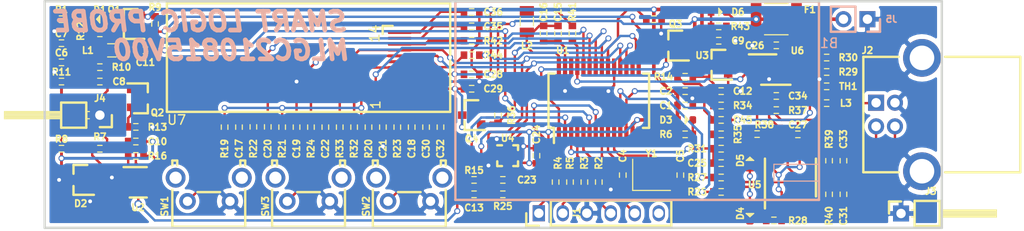
<source format=kicad_pcb>
(kicad_pcb (version 20171130) (host pcbnew "(5.1.10)-1")
  (title_block (title "Smart Logic Probe MLGC210815") (date 2021-09-27) (rev V00) (company "Konovlúció Bt") (comment 1 "Margit Róbert"))
  (layers (0 F.Cu signal) (31 B.Cu signal) (34 B.Paste user) (35 F.Paste user) (36 B.SilkS user hide) (37 F.SilkS user) (38 B.Mask user) (39 F.Mask user hide) (44 Edge.Cuts user))
  (net 0 "")
  (net 1 "Net-(D1-Pad1)")
  (net 2 "Net-(J1-Pad6)")
  (net 3 "Net-(U1-Pad26)")
  (net 4 /PGC)
  (net 5 /PGD)
  (net 6 GNDD)
  (net 7 "Net-(C3-Pad2)")
  (net 8 "Net-(C4-Pad1)")
  (net 9 "Net-(C5-Pad1)")
  (net 10 "Net-(C8-Pad1)")
  (net 11 "Net-(C8-Pad2)")
  (net 12 "Net-(C11-Pad2)")
  (net 13 "Net-(C15-Pad1)")
  (net 14 /+3V3_USB)
  (net 15 "Net-(C30-Pad2)")
  (net 16 "Net-(C30-Pad1)")
  (net 17 /D+)
  (net 18 "Net-(C32-Pad2)")
  (net 19 "Net-(C32-Pad1)")
  (net 20 /D-)
  (net 21 /5V_USB)
  (net 22 "Net-(C35-Pad1)")
  (net 23 "Net-(C36-Pad1)")
  (net 24 "Net-(D2-Pad3)")
  (net 25 "Net-(D3-Pad1)")
  (net 26 "Net-(D4-Pad1)")
  (net 27 "Net-(D5-Pad1)")
  (net 28 "Net-(D6-Pad2)")
  (net 29 "Net-(L1-Pad1)")
  (net 30 "Net-(Q2-Pad2)")
  (net 31 /LIVE_LED)
  (net 32 "Net-(R15-Pad1)")
  (net 33 "Net-(R25-Pad2)")
  (net 34 /INT1)
  (net 35 "Net-(R26-Pad1)")
  (net 36 "Net-(R27-Pad2)")
  (net 37 /PC-RX)
  (net 38 "Net-(R29-Pad1)")
  (net 39 "Net-(R30-Pad1)")
  (net 40 "Net-(R31-Pad2)")
  (net 41 "Net-(R37-Pad1)")
  (net 42 /PC-TX)
  (net 43 "Net-(R39-Pad2)")
  (net 44 "Net-(R40-Pad2)")
  (net 45 "Net-(R42-Pad1)")
  (net 46 "Net-(R43-Pad2)")
  (net 47 "Net-(U4-Pad10)")
  (net 48 "Net-(U4-Pad6)")
  (net 49 "Net-(U5-Pad2)")
  (net 50 "Net-(U5-Pad6)")
  (net 51 "Net-(U5-Pad15)")
  (net 52 "Net-(U5-Pad16)")
  (net 53 "Net-(Q3-Pad1)")
  (net 54 /PG#)
  (net 55 "Net-(J2-Pad1)")
  (net 56 "Net-(F1-Pad2)")
  (net 57 "Net-(R44-Pad2)")
  (net 58 +3V3)
  (net 59 +3.3VA)
  (net 60 /IC1)
  (net 61 +BATT)
  (net 62 /AN0)
  (net 63 "Net-(C17-Pad1)")
  (net 64 "Net-(C18-Pad1)")
  (net 65 "Net-(C19-Pad1)")
  (net 66 /DN#)
  (net 67 /UP#)
  (net 68 /OK#)
  (net 69 /AN1)
  (net 70 "Net-(C29-Pad1)")
  (net 71 "Net-(J1-Pad1)")
  (net 72 "Net-(J1-Pad4)")
  (net 73 "Net-(J1-Pad5)")
  (net 74 /PSEN#)
  (net 75 /MCLR#)
  (net 76 /DEN#)
  (net 77 /U1RX)
  (net 78 /U1TX)
  (net 79 /SCL1)
  (net 80 /SDA1)
  (net 81 /CH_CPLT#)
  (net 82 /RST#)
  (net 83 "Net-(R16-Pad2)")
  (net 84 "Net-(U7-Pad6)")
  (module Others:OMRON_B3F-3100 (layer F.Cu) (at 129.032 92.6846 180)
    (fp_text reference SW3 (at 4.572 -0.5334 90) (layer F.SilkS) (effects (font (size 0.7 0.7) (thickness 0.17))))
    (fp_text value Switch-Tact_OMRON-B3F-3100 hide)
    (pad "" thru_hole circle (at 3.51 2.49 180) (size 2.1 2.1) (drill 1.3) (layers *.Cu *.Mask))
    (pad 2 thru_hole circle (at 2.25 0 180) (size 1.75 1.75) (drill 0.99) (layers *.Cu *.Mask) (net 65 "Net-(C19-Pad1)"))
    (pad 1 thru_hole circle (at -2.25 0 180) (size 1.75 1.75) (drill 0.99) (layers *.Cu *.Mask) (net 6 GNDD))
    (pad "" thru_hole circle (at -3.5 2.49 180) (size 2.1 2.1) (drill 1.3) (layers *.Cu *.Mask))
  )
  (module Others:OMRON_B3F-3100 (layer F.Cu) (at 139.7 92.6846 180)
    (fp_text reference SW2 (at 4.572 -0.5334 90) (layer F.SilkS) (effects (font (size 0.7 0.7) (thickness 0.17))))
    (fp_text value Switch-Tact_OMRON-B3F-3100 hide)
    (pad "" thru_hole circle (at 3.51 2.49 180) (size 2.1 2.1) (drill 1.3) (layers *.Cu *.Mask))
    (pad 2 thru_hole circle (at 2.25 0 180) (size 1.75 1.75) (drill 0.99) (layers *.Cu *.Mask) (net 64 "Net-(C18-Pad1)"))
    (pad 1 thru_hole circle (at -2.25 0 180) (size 1.75 1.75) (drill 0.99) (layers *.Cu *.Mask) (net 6 GNDD))
    (pad "" thru_hole circle (at -3.5 2.49 180) (size 2.1 2.1) (drill 1.3) (layers *.Cu *.Mask))
  )
  (module Others:OMRON_B3F-3100 (layer F.Cu) (at 118.4656 92.6846 180)
    (fp_text reference SW1 (at 4.6736 -0.5334 90) (layer F.SilkS) (effects (font (size 0.7 0.7) (thickness 0.17))))
    (fp_text value Switch-Tact_OMRON-B3F-3100 hide)
    (pad "" thru_hole circle (at 3.51 2.49 180) (size 2.1 2.1) (drill 1.3) (layers *.Cu *.Mask))
    (pad 2 thru_hole circle (at 2.25 0 180) (size 1.75 1.75) (drill 0.99) (layers *.Cu *.Mask) (net 63 "Net-(C17-Pad1)"))
    (pad 1 thru_hole circle (at -2.25 0 180) (size 1.75 1.75) (drill 0.99) (layers *.Cu *.Mask) (net 6 GNDD))
    (pad "" thru_hole circle (at -3.5 2.49 180) (size 2.1 2.1) (drill 1.3) (layers *.Cu *.Mask))
  )
  (module Others:CELLEVIA_L402036 (layer B.Cu) (at 163.83 82.042)
    (fp_text reference B1 (at 20.32 -6.096) (layer B.SilkS) (effects (justify mirror)))
    (fp_text value BATTERY_L402036)
  )
  (module Connectors:PinHeader_1x06_P2.54mm_Vertical (layer F.Cu) (at 159.766 93.9546 90)
    (fp_text reference J1 (at 0 -2.33 90) (layer F.SilkS) (effects (font (size 0.7 0.7) (thickness 0.17))))
    (fp_text value PinHeader_01x06_Male hide)
    (pad 1 thru_hole rect (at 0 -6.35 90) (size 1.7 1.3) (drill 1) (layers *.Cu *.Mask) (net 71 "Net-(J1-Pad1)"))
    (pad 2 thru_hole oval (at 0 -3.81 90) (size 1.7 1.3) (drill 1) (layers *.Cu *.Mask) (net 58 +3V3))
    (pad 3 thru_hole oval (at 0 -1.27 90) (size 1.7 1.3) (drill 1) (layers *.Cu *.Mask) (net 6 GNDD))
    (pad 4 thru_hole oval (at 0 1.27 90) (size 1.7 1.3) (drill 1) (layers *.Cu *.Mask) (net 72 "Net-(J1-Pad4)"))
    (pad 5 thru_hole oval (at 0 3.81 90) (size 1.7 1.3) (drill 1) (layers *.Cu *.Mask) (net 73 "Net-(J1-Pad5)"))
    (pad 6 thru_hole oval (at 0 6.35 90) (size 1.7 1.3) (drill 1) (layers *.Cu *.Mask) (net 2 "Net-(J1-Pad6)"))
  )
  (module Connectors:PinHeader_1x02_P2.54mm_Vertical (layer B.Cu) (at 186.944 73.406 90)
    (fp_text reference J5 (at 0 3.81) (layer B.SilkS) (effects (font (size 0.7 0.7) (thickness 0.17)) (justify mirror)))
    (fp_text value PinHeader_01x02_Male hide)
    (pad 1 thru_hole rect (at 0 1.27 90) (size 1.7 1.7) (drill 1) (layers *.Cu *.Mask) (net 6 GNDD))
    (pad 2 thru_hole oval (at 0 -1.27 90) (size 1.7 1.7) (drill 1) (layers *.Cu *.Mask) (net 56 "Net-(F1-Pad2)"))
  )
  (module Connectors:PinHeader_1x01_P2.54mm_Horizontal (layer F.Cu) (at 106.934 83.566 180)
    (fp_text reference J4 (at 0 1.778) (layer F.SilkS) (effects (font (size 0.7 0.7) (thickness 0.17))))
    (fp_text value PinHeader_01x01_Male hide)
    (pad 1 thru_hole rect (at 0 0 180) (size 1.7 1.7) (drill 1) (layers *.Cu *.Mask) (net 11 "Net-(C8-Pad2)"))
  )
  (module Others:RAYSTAR_REX012832 (layer F.Cu) (at 129.032 77.47)
    (fp_text reference U7 (at -13.97 6.604) (layer F.SilkS))
    (fp_text value DISPLAY_REX012832FWPP3N01)
    (fp_text user 14 (at 7 -2.55 90) (layer F.SilkS))
    (fp_text user 1 (at 7.1 5 270) (layer F.SilkS))
    (pad 14 smd roundrect (at 9.65 -2.66) (size 2.5 0.32) (layers F.Cu F.Paste F.Mask) (net 23 "Net-(C36-Pad1)"))
    (pad 13 smd roundrect (at 9.65 -2.04) (size 2.5 0.32) (layers F.Cu F.Paste F.Mask) (net 22 "Net-(C35-Pad1)"))
    (pad 12 smd roundrect (at 9.65 -1.42) (size 2.5 0.32) (layers F.Cu F.Paste F.Mask) (net 45 "Net-(R42-Pad1)"))
    (pad 11 smd roundrect (at 9.65 -0.8) (size 2.5 0.32) (layers F.Cu F.Paste F.Mask) (net 80 /SDA1))
    (pad 10 smd roundrect (at 9.65 -0.18) (size 2.5 0.32) (layers F.Cu F.Paste F.Mask) (net 79 /SCL1))
    (pad 9 smd roundrect (at 9.65 0.44) (size 2.5 0.32) (layers F.Cu F.Paste F.Mask) (net 57 "Net-(R44-Pad2)"))
    (pad 8 smd roundrect (at 9.65 1.06) (size 2.5 0.32) (layers F.Cu F.Paste F.Mask) (net 58 +3V3))
    (pad 7 smd roundrect (at 9.65 1.68) (size 2.5 0.32) (layers F.Cu F.Paste F.Mask) (net 6 GNDD))
    (pad 6 smd roundrect (at 9.65 2.3) (size 2.5 0.32) (layers F.Cu F.Paste F.Mask) (net 84 "Net-(U7-Pad6)"))
    (pad 5 smd roundrect (at 9.65 2.92) (size 2.5 0.32) (layers F.Cu F.Paste F.Mask) (net 70 "Net-(C29-Pad1)"))
    (pad 4 smd roundrect (at 9.65 3.54) (size 2.5 0.32) (layers F.Cu F.Paste F.Mask) (net 19 "Net-(C32-Pad1)"))
    (pad 3 smd roundrect (at 9.65 4.16) (size 2.5 0.32) (layers F.Cu F.Paste F.Mask) (net 18 "Net-(C32-Pad2)"))
    (pad 2 smd roundrect (at 9.65 4.78) (size 2.5 0.32) (layers F.Cu F.Paste F.Mask) (net 15 "Net-(C30-Pad2)"))
    (pad 1 smd roundrect (at 9.65 5.4) (size 2.5 0.32) (layers F.Cu F.Paste F.Mask) (net 16 "Net-(C30-Pad1)"))
  )
  (module Passive:R_0603 (layer F.Cu) (at 110.744 87.884)
    (fp_text reference R16 (at 2.286 0) (layer F.SilkS) (effects (font (size 0.7 0.7) (thickness 0.17))))
    (fp_text value Resistor_0603_0R00 hide)
    (pad 2 smd rect (at 0.812 0) (size 0.7 0.8) (layers F.Cu F.Paste F.Mask) (net 83 "Net-(R16-Pad2)"))
    (pad 1 smd rect (at -0.812 0) (size 0.7 0.8) (layers F.Cu F.Paste F.Mask) (net 32 "Net-(R15-Pad1)"))
  )
  (module Passive:R_0603 (layer F.Cu) (at 146.304 77.216 180)
    (fp_text reference R44 (at -2.286 0) (layer F.SilkS) (effects (font (size 0.7 0.7) (thickness 0.17))))
    (fp_text value Resistor_0603_220R hide)
    (pad 2 smd rect (at 0.812 0 180) (size 0.7 0.8) (layers F.Cu F.Paste F.Mask) (net 57 "Net-(R44-Pad2)"))
    (pad 1 smd rect (at -0.812 0 180) (size 0.7 0.8) (layers F.Cu F.Paste F.Mask) (net 82 /RST#))
  )
  (module Passive:C_0603 (layer F.Cu) (at 146.558 91.948 180)
    (fp_text reference C13 (at 0 -1.43) (layer F.SilkS) (effects (font (size 0.7 0.7) (thickness 0.17))))
    (fp_text value Capacitator_0603_47nF_X7R hide)
    (pad 2 smd rect (at 0.812 0 180) (size 0.7 0.8) (layers F.Cu F.Paste F.Mask) (net 6 GNDD))
    (pad 1 smd rect (at -0.812 0 180) (size 0.7 0.8) (layers F.Cu F.Paste F.Mask) (net 62 /AN0))
  )
  (module Passive:C_0603 (layer F.Cu) (at 136.906 84.836 270)
    (fp_text reference C21 (at 2.286 0 90) (layer F.SilkS) (effects (font (size 0.7 0.7) (thickness 0.17))))
    (fp_text value Capacitator_0603_1nF_NP0 hide)
    (pad 2 smd rect (at 0.812 0 270) (size 0.7 0.8) (layers F.Cu F.Paste F.Mask) (net 6 GNDD))
    (pad 1 smd rect (at -0.812 0 270) (size 0.7 0.8) (layers F.Cu F.Paste F.Mask) (net 67 /UP#))
  )
  (module Passive:L_0805 (layer F.Cu) (at 108.204 76.708)
    (fp_text reference L1 (at -2.54 0) (layer F.SilkS) (effects (font (size 0.7 0.7) (thickness 0.17))))
    (fp_text value Inductor_0805_10uH hide)
    (pad 1 smd rect (at -1.143 0) (size 1 1.5) (layers F.Cu F.Paste F.Mask) (net 29 "Net-(L1-Pad1)"))
    (pad 2 smd rect (at 1.143 0) (size 1 1.5) (layers F.Cu F.Paste F.Mask) (net 12 "Net-(C11-Pad2)"))
  )
  (module Passive:R_0603 (layer F.Cu) (at 106.934 74.9046 180)
    (fp_text reference R12 (at 2.032 0.2286 90) (layer F.SilkS) (effects (font (size 0.7 0.7) (thickness 0.17))))
    (fp_text value Resistor_0603_470R hide)
    (pad 2 smd rect (at 0.812 0 180) (size 0.7 0.8) (layers F.Cu F.Paste F.Mask) (net 59 +3.3VA))
    (pad 1 smd rect (at -0.812 0 180) (size 0.7 0.8) (layers F.Cu F.Paste F.Mask) (net 29 "Net-(L1-Pad1)"))
  )
  (module Passive:R_0603 (layer F.Cu) (at 106.934 87.122)
    (fp_text reference R7 (at 0 -1.27) (layer F.SilkS) (effects (font (size 0.7 0.7) (thickness 0.17))))
    (fp_text value Resistor_0603_39K0 hide)
    (pad 2 smd rect (at 0.812 0) (size 0.7 0.8) (layers F.Cu F.Paste F.Mask) (net 11 "Net-(C8-Pad2)"))
    (pad 1 smd rect (at -0.812 0) (size 0.7 0.8) (layers F.Cu F.Paste F.Mask) (net 24 "Net-(D2-Pad3)"))
  )
  (module Passive:C_0603 (layer F.Cu) (at 111.76 76.708 180)
    (fp_text reference C11 (at 0 -1.27) (layer F.SilkS) (effects (font (size 0.7 0.7) (thickness 0.17))))
    (fp_text value Capacitator_0603_100nF_X7R hide)
    (pad 2 smd rect (at 0.812 0 180) (size 0.7 0.8) (layers F.Cu F.Paste F.Mask) (net 12 "Net-(C11-Pad2)"))
    (pad 1 smd rect (at -0.812 0 180) (size 0.7 0.8) (layers F.Cu F.Paste F.Mask) (net 60 /IC1))
  )
  (module Passive:Crystal_SMD_3225 (layer F.Cu) (at 165.354 89.8906)
    (fp_text reference Y1 (at 0 -2.2606) (layer F.SilkS) (effects (font (size 0.7 0.7) (thickness 0.17))))
    (fp_text value Crystal_SMD3225_12MHz hide)
    (pad 1 smd rect (at -1.1 0.85) (size 1.4 1.2) (layers F.Cu F.Paste F.Mask) (net 8 "Net-(C4-Pad1)"))
    (pad 2 smd rect (at 1.1 0.85) (size 1.4 1.2) (layers F.Cu F.Paste F.Mask) (net 6 GNDD))
    (pad 3 smd rect (at 1.1 -0.85) (size 1.4 1.2) (layers F.Cu F.Paste F.Mask) (net 9 "Net-(C5-Pad1)"))
    (pad 4 smd rect (at -1.1 -0.85) (size 1.4 1.2) (layers F.Cu F.Paste F.Mask) (net 6 GNDD))
  )
  (module Connectors:PinHeader_1x01_P2.54mm_Horizontal (layer F.Cu) (at 191.77 93.98)
    (fp_text reference J3 (at 3.15 -2.35) (layer F.SilkS) (effects (font (size 0.7 0.7) (thickness 0.17))))
    (fp_text value PinHeader_01x01_Male hide)
    (pad 1 thru_hole rect (at 0 0) (size 1.7 1.7) (drill 1) (layers *.Cu *.Mask) (net 6 GNDD))
  )
  (module Passive:R_0603 (layer F.Cu) (at 102.87 73.406 180)
    (fp_text reference R1 (at 0 1.016) (layer F.SilkS) (effects (font (size 0.7 0.7) (thickness 0.17))))
    (fp_text value Resistor_0603_470R hide)
    (pad 2 smd rect (at 0.812 0 180) (size 0.7 0.8) (layers F.Cu F.Paste F.Mask) (net 6 GNDD))
    (pad 1 smd rect (at -0.812 0 180) (size 0.7 0.8) (layers F.Cu F.Paste F.Mask) (net 1 "Net-(D1-Pad1)"))
  )
  (module Passive:C_0603 (layer F.Cu) (at 106.934 80.01)
    (fp_text reference C8 (at 2.032 0) (layer F.SilkS) (effects (font (size 0.7 0.7) (thickness 0.17))))
    (fp_text value Capacitator_0603_100nF_X7R hide)
    (pad 2 smd rect (at 0.812 0) (size 0.7 0.8) (layers F.Cu F.Paste F.Mask) (net 11 "Net-(C8-Pad2)"))
    (pad 1 smd rect (at -0.812 0) (size 0.7 0.8) (layers F.Cu F.Paste F.Mask) (net 10 "Net-(C8-Pad1)"))
  )
  (module Passive:C_0603 (layer F.Cu) (at 102.87 77.978 180)
    (fp_text reference C6 (at 0 1.016) (layer F.SilkS) (effects (font (size 0.7 0.7) (thickness 0.17))))
    (fp_text value Capacitator_0603_100nF_X7R hide)
    (pad 2 smd rect (at 0.812 0 180) (size 0.7 0.8) (layers F.Cu F.Paste F.Mask) (net 6 GNDD))
    (pad 1 smd rect (at -0.812 0 180) (size 0.7 0.8) (layers F.Cu F.Paste F.Mask) (net 59 +3.3VA))
  )
  (module Passive:C_0603 (layer F.Cu) (at 168.402 89.916 270)
    (fp_text reference C5 (at -2.032 0 90) (layer F.SilkS) (effects (font (size 0.7 0.7) (thickness 0.17))))
    (fp_text value Capacitator_0603_22pF_NP0 hide)
    (pad 2 smd rect (at 0.812 0 270) (size 0.7 0.8) (layers F.Cu F.Paste F.Mask) (net 6 GNDD))
    (pad 1 smd rect (at -0.812 0 270) (size 0.7 0.8) (layers F.Cu F.Paste F.Mask) (net 9 "Net-(C5-Pad1)"))
  )
  (module Passive:C_0603 (layer F.Cu) (at 162.306 89.916 90)
    (fp_text reference C4 (at 2.032 0 90) (layer F.SilkS) (effects (font (size 0.7 0.7) (thickness 0.17))))
    (fp_text value Capacitator_0603_22pF_NP0 hide)
    (pad 2 smd rect (at 0.812 0 90) (size 0.7 0.8) (layers F.Cu F.Paste F.Mask) (net 6 GNDD))
    (pad 1 smd rect (at -0.812 0 90) (size 0.7 0.8) (layers F.Cu F.Paste F.Mask) (net 8 "Net-(C4-Pad1)"))
  )
  (module Passive:C_0603 (layer F.Cu) (at 165.608 73.406 180)
    (fp_text reference C3 hide)
    (fp_text value Capacitator_0603_10uF_X5R hide)
    (pad 2 smd rect (at 0.812 0 180) (size 0.7 0.8) (layers F.Cu F.Paste F.Mask) (net 7 "Net-(C3-Pad2)"))
    (pad 1 smd rect (at -0.812 0 180) (size 0.7 0.8) (layers F.Cu F.Paste F.Mask) (net 6 GNDD))
  )
  (module Passive:C_0603 (layer F.Cu) (at 168.91 81.026)
    (fp_text reference C2 (at -2.032 0) (layer F.SilkS) (effects (font (size 0.7 0.7) (thickness 0.17))))
    (fp_text value Capacitator_0603_100nF_X7R hide)
    (pad 2 smd rect (at 0.812 0) (size 0.7 0.8) (layers F.Cu F.Paste F.Mask) (net 6 GNDD))
    (pad 1 smd rect (at -0.812 0) (size 0.7 0.8) (layers F.Cu F.Paste F.Mask) (net 58 +3V3))
  )
  (module Passive:R_0603 (layer F.Cu) (at 149.098 83.566 270)
    (fp_text reference R36 (at 0 -1.43 90) (layer F.SilkS) (effects (font (size 0.7 0.7) (thickness 0.17))))
    (fp_text value Resistor_0603_10K0 hide)
    (pad 2 smd rect (at 0.812 0 270) (size 0.7 0.8) (layers F.Cu F.Paste F.Mask) (net 76 /DEN#))
    (pad 1 smd rect (at -0.812 0 270) (size 0.7 0.8) (layers F.Cu F.Paste F.Mask) (net 61 +BATT))
  )
  (module Passive:R_0603 (layer F.Cu) (at 168.91 79.502 180)
    (fp_text reference R14 (at 2.286 0) (layer F.SilkS) (effects (font (size 0.7 0.7) (thickness 0.17))))
    (fp_text value Resistor_0603_10K0 hide)
    (pad 2 smd rect (at 0.812 0 180) (size 0.7 0.8) (layers F.Cu F.Paste F.Mask) (net 53 "Net-(Q3-Pad1)"))
    (pad 1 smd rect (at -0.812 0 180) (size 0.7 0.8) (layers F.Cu F.Paste F.Mask) (net 61 +BATT))
  )
  (module Passive:R_0603 (layer F.Cu) (at 110.744 84.8106)
    (fp_text reference R13 (at 2.286 0.0254) (layer F.SilkS) (effects (font (size 0.7 0.7) (thickness 0.17))))
    (fp_text value Resistor_0603_0R00 hide)
    (pad 2 smd rect (at 0.812 0) (size 0.7 0.8) (layers F.Cu F.Paste F.Mask) (net 6 GNDD))
    (pad 1 smd rect (at -0.812 0) (size 0.7 0.8) (layers F.Cu F.Paste F.Mask) (net 30 "Net-(Q2-Pad2)"))
  )
  (module Passive:R_0603 (layer F.Cu) (at 112.776 73.914 270)
    (fp_text reference R9 (at -1.778 0) (layer F.SilkS) (effects (font (size 0.7 0.7) (thickness 0.17))))
    (fp_text value Resistor_0603_10K0 hide)
    (pad 2 smd rect (at 0.812 0 270) (size 0.7 0.8) (layers F.Cu F.Paste F.Mask) (net 74 /PSEN#))
    (pad 1 smd rect (at -0.812 0 270) (size 0.7 0.8) (layers F.Cu F.Paste F.Mask) (net 58 +3V3))
  )
  (module Passive:R_0603 (layer F.Cu) (at 172.466 74.168)
    (fp_text reference R43 (at 2.286 0) (layer F.SilkS) (effects (font (size 0.7 0.7) (thickness 0.17))))
    (fp_text value Resistor_0603_10K0 hide)
    (pad 2 smd rect (at 0.812 0) (size 0.7 0.8) (layers F.Cu F.Paste F.Mask) (net 46 "Net-(R43-Pad2)"))
    (pad 1 smd rect (at -0.812 0) (size 0.7 0.8) (layers F.Cu F.Paste F.Mask) (net 28 "Net-(D6-Pad2)"))
  )
  (module Passive:R_0603 (layer F.Cu) (at 126.238 84.836 90)
    (fp_text reference R21 (at -2.286 0 90) (layer F.SilkS) (effects (font (size 0.7 0.7) (thickness 0.17))))
    (fp_text value Resistor_0603_10K0 hide)
    (pad 2 smd rect (at 0.812 0 90) (size 0.7 0.8) (layers F.Cu F.Paste F.Mask) (net 58 +3V3))
    (pad 1 smd rect (at -0.812 0 90) (size 0.7 0.8) (layers F.Cu F.Paste F.Mask) (net 65 "Net-(C19-Pad1)"))
  )
  (module Passive:R_0603 (layer F.Cu) (at 135.382 84.836 270)
    (fp_text reference R20 (at 2.286 0 90) (layer F.SilkS) (effects (font (size 0.7 0.7) (thickness 0.17))))
    (fp_text value Resistor_0603_10K0 hide)
    (pad 2 smd rect (at 0.812 0 270) (size 0.7 0.8) (layers F.Cu F.Paste F.Mask) (net 58 +3V3))
    (pad 1 smd rect (at -0.812 0 270) (size 0.7 0.8) (layers F.Cu F.Paste F.Mask) (net 64 "Net-(C18-Pad1)"))
  )
  (module Passive:R_0603 (layer F.Cu) (at 120.142 84.836 90)
    (fp_text reference R19 (at -2.286 0 90) (layer F.SilkS) (effects (font (size 0.7 0.7) (thickness 0.17))))
    (fp_text value Resistor_0603_10K0 hide)
    (pad 2 smd rect (at 0.812 0 90) (size 0.7 0.8) (layers F.Cu F.Paste F.Mask) (net 58 +3V3))
    (pad 1 smd rect (at -0.812 0 90) (size 0.7 0.8) (layers F.Cu F.Paste F.Mask) (net 63 "Net-(C17-Pad1)"))
  )
  (module Passive:R_0603 (layer F.Cu) (at 102.87 80.01)
    (fp_text reference R11 (at 0 -1.016) (layer F.SilkS) (effects (font (size 0.7 0.7) (thickness 0.17))))
    (fp_text value Resistor_0603_R_DNP hide)
    (pad 2 smd rect (at 0.812 0) (size 0.7 0.8) (layers F.Cu F.Paste F.Mask) (net 10 "Net-(C8-Pad1)"))
    (pad 1 smd rect (at -0.812 0) (size 0.7 0.8) (layers F.Cu F.Paste F.Mask) (net 6 GNDD))
  )
  (module Passive:R_0603 (layer F.Cu) (at 106.934 78.486 180)
    (fp_text reference R10 (at -2.286 0) (layer F.SilkS) (effects (font (size 0.7 0.7) (thickness 0.17))))
    (fp_text value Resistor_0603_10K0 hide)
    (pad 2 smd rect (at 0.812 0 180) (size 0.7 0.8) (layers F.Cu F.Paste F.Mask) (net 10 "Net-(C8-Pad1)"))
    (pad 1 smd rect (at -0.812 0 180) (size 0.7 0.8) (layers F.Cu F.Paste F.Mask) (net 29 "Net-(L1-Pad1)"))
  )
  (module Passive:C_0603 (layer F.Cu) (at 110.744 86.36 180)
    (fp_text reference C10 (at -2.286 0) (layer F.SilkS) (effects (font (size 0.7 0.7) (thickness 0.17))))
    (fp_text value Capacitator_0603_100nF_X7R hide)
    (pad 2 smd rect (at 0.812 0 180) (size 0.7 0.8) (layers F.Cu F.Paste F.Mask) (net 6 GNDD))
    (pad 1 smd rect (at -0.812 0 180) (size 0.7 0.8) (layers F.Cu F.Paste F.Mask) (net 59 +3.3VA))
  )
  (module Passive:L_0603 (layer F.Cu) (at 183.896 82.296)
    (fp_text reference L3 (at 2.032 0) (layer F.SilkS) (effects (font (size 0.7 0.7) (thickness 0.17))))
    (fp_text value Filter_0603_CB03YTYH101 hide)
    (pad 1 smd rect (at -0.812 0) (size 0.7 0.8) (layers F.Cu F.Paste F.Mask) (net 21 /5V_USB))
    (pad 2 smd rect (at 0.812 0) (size 0.7 0.8) (layers F.Cu F.Paste F.Mask) (net 55 "Net-(J2-Pad1)"))
  )
  (module Passive:L_0805 (layer F.Cu) (at 152.146 73.66 270)
    (fp_text reference L2 (at 2.54 0 180) (layer F.SilkS) (effects (font (size 0.7 0.7) (thickness 0.17))))
    (fp_text value Filter_0805_BLM21A102SPT hide)
    (pad 1 smd rect (at -1.143 0 270) (size 1 1.5) (layers F.Cu F.Paste F.Mask) (net 58 +3V3))
    (pad 2 smd rect (at 1.143 0 270) (size 1 1.5) (layers F.Cu F.Paste F.Mask) (net 13 "Net-(C15-Pad1)"))
  )
  (module Passive:R_0603 (layer F.Cu) (at 176.53 85.5726)
    (fp_text reference R38 (at 0.762 -0.9906) (layer F.SilkS) (effects (font (size 0.7 0.7) (thickness 0.17))))
    (fp_text value Resistor_0603_470R hide)
    (pad 2 smd rect (at 0.812 0) (size 0.7 0.8) (layers F.Cu F.Paste F.Mask) (net 42 /PC-TX))
    (pad 1 smd rect (at -0.812 0) (size 0.7 0.8) (layers F.Cu F.Paste F.Mask) (net 27 "Net-(D5-Pad1)"))
  )
  (module Passive:R_0603 (layer F.Cu) (at 178.308 94.7166)
    (fp_text reference R28 (at 2.54 0.0254) (layer F.SilkS) (effects (font (size 0.7 0.7) (thickness 0.17))))
    (fp_text value Resistor_0603_470R hide)
    (pad 2 smd rect (at 0.812 0) (size 0.7 0.8) (layers F.Cu F.Paste F.Mask) (net 37 /PC-RX))
    (pad 1 smd rect (at -0.812 0) (size 0.7 0.8) (layers F.Cu F.Paste F.Mask) (net 26 "Net-(D4-Pad1)"))
  )
  (module Passive:R_0603 (layer F.Cu) (at 168.91 85.598 180)
    (fp_text reference R6 (at 2.032 0) (layer F.SilkS) (effects (font (size 0.7 0.7) (thickness 0.17))))
    (fp_text value Resistor_0603_470R hide)
    (pad 2 smd rect (at 0.812 0 180) (size 0.7 0.8) (layers F.Cu F.Paste F.Mask) (net 31 /LIVE_LED))
    (pad 1 smd rect (at -0.812 0 180) (size 0.7 0.8) (layers F.Cu F.Paste F.Mask) (net 25 "Net-(D3-Pad1)"))
  )
  (module Passive:R_0603 (layer F.Cu) (at 156.718 90.6526 90)
    (fp_text reference R5 (at 2.0066 0 90) (layer F.SilkS) (effects (font (size 0.7 0.7) (thickness 0.17))))
    (fp_text value Resistor_0603_4K70 hide)
    (pad 2 smd rect (at 0.812 0 90) (size 0.7 0.8) (layers F.Cu F.Paste F.Mask) (net 75 /MCLR#))
    (pad 1 smd rect (at -0.812 0 90) (size 0.7 0.8) (layers F.Cu F.Paste F.Mask) (net 58 +3V3))
  )
  (module Passive:R_0603 (layer F.Cu) (at 155.194 90.6526 270)
    (fp_text reference R4 (at -2.0066 -0.254 90) (layer F.SilkS) (effects (font (size 0.7 0.7) (thickness 0.17))))
    (fp_text value Resistor_0603_220R hide)
    (pad 2 smd rect (at 0.812 0 270) (size 0.7 0.8) (layers F.Cu F.Paste F.Mask) (net 71 "Net-(J1-Pad1)"))
    (pad 1 smd rect (at -0.812 0 270) (size 0.7 0.8) (layers F.Cu F.Paste F.Mask) (net 75 /MCLR#))
  )
  (module Passive:R_0603 (layer F.Cu) (at 158.242 90.6526 270)
    (fp_text reference R3 (at -2.0066 0 90) (layer F.SilkS) (effects (font (size 0.7 0.7) (thickness 0.17))))
    (fp_text value Resistor_0603_220R hide)
    (pad 2 smd rect (at 0.812 0 270) (size 0.7 0.8) (layers F.Cu F.Paste F.Mask) (net 72 "Net-(J1-Pad4)"))
    (pad 1 smd rect (at -0.812 0 270) (size 0.7 0.8) (layers F.Cu F.Paste F.Mask) (net 5 /PGD))
  )
  (module Passive:R_0603 (layer F.Cu) (at 159.766 90.6526 270)
    (fp_text reference R2 (at -2.0066 0 90) (layer F.SilkS) (effects (font (size 0.7 0.7) (thickness 0.17))))
    (fp_text value Resistor_0603_220R hide)
    (pad 2 smd rect (at 0.812 0 270) (size 0.7 0.8) (layers F.Cu F.Paste F.Mask) (net 73 "Net-(J1-Pad5)"))
    (pad 1 smd rect (at -0.812 0 270) (size 0.7 0.8) (layers F.Cu F.Paste F.Mask) (net 4 /PGC))
  )
  (module Passive:C_0603 (layer F.Cu) (at 168.91 82.55)
    (fp_text reference C1 (at -2.032 0) (layer F.SilkS) (effects (font (size 0.7 0.7) (thickness 0.17))))
    (fp_text value Capacitator_0603_100nF_X7R hide)
    (pad 2 smd rect (at 0.812 0) (size 0.7 0.8) (layers F.Cu F.Paste F.Mask) (net 6 GNDD))
    (pad 1 smd rect (at -0.812 0) (size 0.7 0.8) (layers F.Cu F.Paste F.Mask) (net 58 +3V3))
  )
  (module Passive:R_0603 (layer F.Cu) (at 172.72 84.074 180)
    (fp_text reference R45 (at -2.286 0 180) (layer F.SilkS) (effects (font (size 0.7 0.7) (thickness 0.17))))
    (fp_text value Resistor_0603_1K00 hide)
    (pad 2 smd rect (at 0.812 0 180) (size 0.7 0.8) (layers F.Cu F.Paste F.Mask) (net 53 "Net-(Q3-Pad1)"))
    (pad 1 smd rect (at -0.812 0 180) (size 0.7 0.8) (layers F.Cu F.Paste F.Mask) (net 54 /PG#))
  )
  (module Semiconductor:SOT-23 (layer F.Cu) (at 172.466 78.232 180)
    (fp_text reference U3 (at 1.7526 0.9906) (layer F.SilkS) (effects (font (size 0.7 0.7) (thickness 0.17))))
    (fp_text value LDO_MCP1700T-3302E_TT hide)
    (pad 1 smd rect (at -1 -0.95 180) (size 0.9 0.8) (layers F.Cu F.Paste F.Mask) (net 6 GNDD))
    (pad 2 smd rect (at -1 0.95 180) (size 0.9 0.8) (layers F.Cu F.Paste F.Mask) (net 58 +3V3))
    (pad 3 smd rect (at 1 0 180) (size 0.9 0.8) (layers F.Cu F.Paste F.Mask) (net 61 +BATT))
  )
  (module Semiconductor:MSOP-10 (layer F.Cu) (at 178.562 78.74)
    (fp_text reference U6 (at 2.2352 -2.0066) (layer F.SilkS) (effects (font (size 0.7 0.7) (thickness 0.17))))
    (fp_text value BATTERY_MCP73833-FCI_UN hide)
    (pad 1 smd oval (at -2.1625 -1) (size 1.475 0.3) (layers F.Cu F.Paste F.Mask) (net 21 /5V_USB))
    (pad 2 smd rect (at -2.1625 -0.5) (size 1.475 0.3) (layers F.Cu F.Paste F.Mask) (net 21 /5V_USB))
    (pad 3 smd rect (at -2.1625 0) (size 1.475 0.3) (layers F.Cu F.Paste F.Mask) (net 46 "Net-(R43-Pad2)"))
    (pad 4 smd rect (at -2.1625 0.5) (size 1.475 0.3) (layers F.Cu F.Paste F.Mask) (net 81 /CH_CPLT#))
    (pad 5 smd rect (at -2.1625 1) (size 1.475 0.3) (layers F.Cu F.Paste F.Mask) (net 6 GNDD))
    (pad 6 smd rect (at 2.1625 1) (size 1.475 0.3) (layers F.Cu F.Paste F.Mask) (net 41 "Net-(R37-Pad1)"))
    (pad 7 smd rect (at 2.1625 0.5) (size 1.475 0.3) (layers F.Cu F.Paste F.Mask) (net 54 /PG#))
    (pad 8 smd rect (at 2.1625 0) (size 1.475 0.3) (layers F.Cu F.Paste F.Mask) (net 39 "Net-(R30-Pad1)"))
    (pad 9 smd rect (at 2.1625 -0.5) (size 1.475 0.3) (layers F.Cu F.Paste F.Mask) (net 61 +BATT))
    (pad 10 smd rect (at 2.1625 -1) (size 1.475 0.3) (layers F.Cu F.Paste F.Mask) (net 61 +BATT))
  )
  (module Semiconductor:SSOP-16 (layer F.Cu) (at 180.086 90.17 90)
    (fp_text reference U5 (at -0.762 -3.81) (layer F.SilkS) (effects (font (size 0.7 0.7) (thickness 0.17))))
    (fp_text value INTERFACE_FT230XS hide)
    (pad 1 smd oval (at -2.6 -2.2225 90) (size 1.2 0.4) (layers F.Cu F.Paste F.Mask) (net 35 "Net-(R26-Pad1)"))
    (pad 2 smd rect (at -2.6 -1.5875 90) (size 1.2 0.4) (layers F.Cu F.Paste F.Mask) (net 49 "Net-(U5-Pad2)"))
    (pad 3 smd rect (at -2.6 -0.9525 90) (size 1.2 0.4) (layers F.Cu F.Paste F.Mask) (net 14 /+3V3_USB))
    (pad 4 smd rect (at -2.6 -0.3175 90) (size 1.2 0.4) (layers F.Cu F.Paste F.Mask) (net 36 "Net-(R27-Pad2)"))
    (pad 5 smd rect (at -2.6 0.3175 90) (size 1.2 0.4) (layers F.Cu F.Paste F.Mask) (net 6 GNDD))
    (pad 6 smd rect (at -2.6 0.9525 90) (size 1.2 0.4) (layers F.Cu F.Paste F.Mask) (net 50 "Net-(U5-Pad6)"))
    (pad 7 smd rect (at -2.6 1.5875 90) (size 1.2 0.4) (layers F.Cu F.Paste F.Mask) (net 37 /PC-RX))
    (pad 8 smd rect (at -2.6 2.2225 90) (size 1.2 0.4) (layers F.Cu F.Paste F.Mask) (net 44 "Net-(R40-Pad2)"))
    (pad 9 smd rect (at 2.6 2.2225 90) (size 1.2 0.4) (layers F.Cu F.Paste F.Mask) (net 43 "Net-(R39-Pad2)"))
    (pad 10 smd rect (at 2.6 1.5875 90) (size 1.2 0.4) (layers F.Cu F.Paste F.Mask) (net 14 /+3V3_USB))
    (pad 11 smd rect (at 2.6 0.9525 90) (size 1.2 0.4) (layers F.Cu F.Paste F.Mask) (net 14 /+3V3_USB))
    (pad 12 smd rect (at 2.6 0.3175 90) (size 1.2 0.4) (layers F.Cu F.Paste F.Mask) (net 21 /5V_USB))
    (pad 13 smd rect (at 2.6 -0.3175 90) (size 1.2 0.4) (layers F.Cu F.Paste F.Mask) (net 6 GNDD))
    (pad 14 smd rect (at 2.6 -0.9525 90) (size 1.2 0.4) (layers F.Cu F.Paste F.Mask) (net 42 /PC-TX))
    (pad 15 smd rect (at 2.6 -1.5875 90) (size 1.2 0.4) (layers F.Cu F.Paste F.Mask) (net 51 "Net-(U5-Pad15)"))
    (pad 16 smd rect (at 2.6 -2.2225 90) (size 1.2 0.4) (layers F.Cu F.Paste F.Mask) (net 52 "Net-(U5-Pad16)"))
  )
  (module Semiconductor:LGA-12 (layer F.Cu) (at 150.114 87.8586)
    (fp_text reference U4 (at 0 -1.85) (layer F.SilkS) (effects (font (size 0.7 0.7) (thickness 0.17))))
    (fp_text value SENSOR_BMA250E hide)
    (pad 2 smd rect (at -0.7625 -0.25) (size 0.375 0.35) (layers F.Cu F.Paste F.Mask) (net 80 /SDA1) (clearance 0.01))
    (pad 3 smd rect (at -0.7625 0.25) (size 0.375 0.35) (layers F.Cu F.Paste F.Mask) (net 58 +3V3))
    (pad 9 smd rect (at 0.7625 -0.25) (size 0.375 0.35) (layers F.Cu F.Paste F.Mask) (net 6 GNDD))
    (pad 8 smd rect (at 0.7625 0.25) (size 0.375 0.35) (layers F.Cu F.Paste F.Mask) (net 6 GNDD))
    (pad 4 smd rect (at -0.7625 0.75) (size 0.375 0.35) (layers F.Cu F.Paste F.Mask) (net 6 GNDD))
    (pad 7 smd rect (at 0.7625 0.75) (size 0.375 0.35) (layers F.Cu F.Paste F.Mask) (net 58 +3V3))
    (pad 1 smd rect (at -0.7625 -0.75) (size 0.375 0.35) (layers F.Cu F.Paste F.Mask) (net 6 GNDD))
    (pad 10 smd rect (at 0.7625 -0.75) (size 0.375 0.35) (layers F.Cu F.Paste F.Mask) (net 47 "Net-(U4-Pad10)"))
    (pad 5 smd rect (at -0.25 0.7625 90) (size 0.375 0.35) (layers F.Cu F.Paste F.Mask) (net 33 "Net-(R25-Pad2)"))
    (pad 6 smd rect (at 0.25 0.7625 90) (size 0.375 0.35) (layers F.Cu F.Paste F.Mask) (net 48 "Net-(U4-Pad6)"))
    (pad 11 smd rect (at 0.25 -0.7625 90) (size 0.375 0.35) (layers F.Cu F.Paste F.Mask) (net 58 +3V3))
    (pad 12 smd rect (at -0.25 -0.7625 90) (size 0.375 0.35) (layers F.Cu F.Paste F.Mask) (net 79 /SCL1))
  )
  (module Semiconductor:SOT-23-5 (layer F.Cu) (at 110.998 90.678)
    (fp_text reference U2 (at -0.0254 2.667) (layer F.SilkS) (effects (font (size 0.7 0.7) (thickness 0.17))))
    (fp_text value OPA_MCP6V36T-E_OT hide)
    (pad 1 smd rect (at -1.1 -0.95) (size 1.06 0.65) (layers F.Cu F.Paste F.Mask) (net 32 "Net-(R15-Pad1)"))
    (pad 2 smd rect (at -1.1 0) (size 1.06 0.65) (layers F.Cu F.Paste F.Mask) (net 6 GNDD))
    (pad 3 smd rect (at -1.1 0.95) (size 1.06 0.65) (layers F.Cu F.Paste F.Mask) (net 24 "Net-(D2-Pad3)"))
    (pad 4 smd rect (at 1.1 0.95) (size 1.06 0.65) (layers F.Cu F.Paste F.Mask) (net 83 "Net-(R16-Pad2)"))
    (pad 5 smd rect (at 1.1 -0.95) (size 1.06 0.65) (layers F.Cu F.Paste F.Mask) (net 59 +3.3VA))
  )
  (module Semiconductor:SSOP-28 (layer F.Cu) (at 159.766 82.042 90)
    (fp_text reference U1 (at 5.334 -3.81) (layer F.SilkS) (effects (font (size 0.7 0.7) (thickness 0.17))))
    (fp_text value PIC32MX170F256B-ISS hide)
    (pad 1 smd oval (at -3.6 -4.225 90) (size 1.75 0.45) (layers F.Cu F.Paste F.Mask) (net 75 /MCLR#))
    (pad 2 smd rect (at -3.6 -3.575 90) (size 1.75 0.45) (layers F.Cu F.Paste F.Mask) (net 62 /AN0))
    (pad 3 smd rect (at -3.6 -2.925 90) (size 1.75 0.45) (layers F.Cu F.Paste F.Mask) (net 69 /AN1))
    (pad 4 smd rect (at -3.6 -2.275 90) (size 1.75 0.45) (layers F.Cu F.Paste F.Mask) (net 5 /PGD))
    (pad 5 smd rect (at -3.6 -1.625 90) (size 1.75 0.45) (layers F.Cu F.Paste F.Mask) (net 4 /PGC))
    (pad 6 smd rect (at -3.6 -0.975 90) (size 1.75 0.45) (layers F.Cu F.Paste F.Mask) (net 60 /IC1))
    (pad 7 smd rect (at -3.6 -0.325 90) (size 1.75 0.45) (layers F.Cu F.Paste F.Mask) (net 34 /INT1))
    (pad 8 smd rect (at -3.6 0.325 90) (size 1.75 0.45) (layers F.Cu F.Paste F.Mask) (net 6 GNDD))
    (pad 9 smd rect (at -3.6 0.975 90) (size 1.75 0.45) (layers F.Cu F.Paste F.Mask) (net 8 "Net-(C4-Pad1)"))
    (pad 10 smd rect (at -3.6 1.625 90) (size 1.75 0.45) (layers F.Cu F.Paste F.Mask) (net 9 "Net-(C5-Pad1)"))
    (pad 11 smd rect (at -3.6 2.275 90) (size 1.75 0.45) (layers F.Cu F.Paste F.Mask) (net 78 /U1TX))
    (pad 12 smd rect (at -3.6 2.925 90) (size 1.75 0.45) (layers F.Cu F.Paste F.Mask) (net 77 /U1RX))
    (pad 13 smd rect (at -3.6 3.575 90) (size 1.75 0.45) (layers F.Cu F.Paste F.Mask) (net 58 +3V3))
    (pad 14 smd rect (at -3.6 4.225 90) (size 1.75 0.45) (layers F.Cu F.Paste F.Mask) (net 31 /LIVE_LED))
    (pad 15 smd rect (at 3.6 4.225 90) (size 1.75 0.45) (layers F.Cu F.Paste F.Mask) (net 74 /PSEN#))
    (pad 16 smd rect (at 3.6 3.575 90) (size 1.75 0.45) (layers F.Cu F.Paste F.Mask) (net 82 /RST#))
    (pad 17 smd rect (at 3.6 2.925 90) (size 1.75 0.45) (layers F.Cu F.Paste F.Mask) (net 79 /SCL1))
    (pad 18 smd rect (at 3.6 2.275 90) (size 1.75 0.45) (layers F.Cu F.Paste F.Mask) (net 80 /SDA1))
    (pad 19 smd rect (at 3.6 1.625 90) (size 1.75 0.45) (layers F.Cu F.Paste F.Mask) (net 6 GNDD))
    (pad 20 smd rect (at 3.6 0.975 90) (size 1.75 0.45) (layers F.Cu F.Paste F.Mask) (net 7 "Net-(C3-Pad2)"))
    (pad 21 smd rect (at 3.6 0.325 90) (size 1.75 0.45) (layers F.Cu F.Paste F.Mask) (net 76 /DEN#))
    (pad 22 smd rect (at 3.6 -0.325 90) (size 1.75 0.45) (layers F.Cu F.Paste F.Mask) (net 67 /UP#))
    (pad 23 smd rect (at 3.6 -0.975 90) (size 1.75 0.45) (layers F.Cu F.Paste F.Mask) (net 68 /OK#))
    (pad 24 smd rect (at 3.6 -1.625 90) (size 1.75 0.45) (layers F.Cu F.Paste F.Mask) (net 66 /DN#))
    (pad 25 smd rect (at 3.6 -2.275 90) (size 1.75 0.45) (layers F.Cu F.Paste F.Mask) (net 81 /CH_CPLT#))
    (pad 26 smd rect (at 3.6 -2.925 90) (size 1.75 0.45) (layers F.Cu F.Paste F.Mask) (net 3 "Net-(U1-Pad26)"))
    (pad 27 smd rect (at 3.6 -3.575 90) (size 1.75 0.45) (layers F.Cu F.Paste F.Mask) (net 6 GNDD))
    (pad 28 smd rect (at 3.6 -4.225 90) (size 1.75 0.45) (layers F.Cu F.Paste F.Mask) (net 13 "Net-(C15-Pad1)"))
  )
  (module Passive:R_0603 (layer F.Cu) (at 183.896 80.518 180)
    (fp_text reference TH1 (at -2.286 0) (layer F.SilkS) (effects (font (size 0.7 0.7) (thickness 0.17))))
    (fp_text value NTC_0603_10K hide)
    (pad 2 smd rect (at 0.812 0 180) (size 0.7 0.8) (layers F.Cu F.Paste F.Mask) (net 6 GNDD))
    (pad 1 smd rect (at -0.812 0 180) (size 0.7 0.8) (layers F.Cu F.Paste F.Mask) (net 38 "Net-(R29-Pad1)"))
  )
  (module Passive:R_0603 (layer F.Cu) (at 146.304 75.692)
    (fp_text reference R42 (at 2.286 0) (layer F.SilkS) (effects (font (size 0.7 0.7) (thickness 0.17))))
    (fp_text value Resistor_0603_150K hide)
    (pad 2 smd rect (at 0.812 0) (size 0.7 0.8) (layers F.Cu F.Paste F.Mask) (net 6 GNDD))
    (pad 1 smd rect (at -0.812 0) (size 0.7 0.8) (layers F.Cu F.Paste F.Mask) (net 45 "Net-(R42-Pad1)"))
  )
  (module Passive:R_0603 (layer F.Cu) (at 156.972 74.93 90)
    (fp_text reference R41 (at 2.286 0 90) (layer F.SilkS) (effects (font (size 0.7 0.7) (thickness 0.17))))
    (fp_text value Resistor_0603_4K70 hide)
    (pad 2 smd rect (at 0.812 0 90) (size 0.7 0.8) (layers F.Cu F.Paste F.Mask) (net 58 +3V3))
    (pad 1 smd rect (at -0.812 0 90) (size 0.7 0.8) (layers F.Cu F.Paste F.Mask) (net 81 /CH_CPLT#))
  )
  (module Passive:R_0603 (layer F.Cu) (at 184.15 91.948 90)
    (fp_text reference R40 (at -2.286 0 90) (layer F.SilkS) (effects (font (size 0.7 0.7) (thickness 0.17))))
    (fp_text value Resistor_0603_27R0 hide)
    (pad 2 smd rect (at 0.812 0 90) (size 0.7 0.8) (layers F.Cu F.Paste F.Mask) (net 44 "Net-(R40-Pad2)"))
    (pad 1 smd rect (at -0.812 0 90) (size 0.7 0.8) (layers F.Cu F.Paste F.Mask) (net 17 /D+))
  )
  (module Passive:R_0603 (layer F.Cu) (at 184.15 88.392 270)
    (fp_text reference R39 (at -2.286 0 90) (layer F.SilkS) (effects (font (size 0.7 0.7) (thickness 0.17))))
    (fp_text value Resistor_0603_27R0 hide)
    (pad 2 smd rect (at 0.812 0 270) (size 0.7 0.8) (layers F.Cu F.Paste F.Mask) (net 43 "Net-(R39-Pad2)"))
    (pad 1 smd rect (at -0.812 0 270) (size 0.7 0.8) (layers F.Cu F.Paste F.Mask) (net 20 /D-))
  )
  (module Passive:R_0603 (layer F.Cu) (at 178.562 83.0326 180)
    (fp_text reference R37 (at -2.286 -0.0254) (layer F.SilkS) (effects (font (size 0.7 0.7) (thickness 0.17))))
    (fp_text value Resistor_0603_1K00 hide)
    (pad 2 smd rect (at 0.812 0 180) (size 0.7 0.8) (layers F.Cu F.Paste F.Mask) (net 6 GNDD))
    (pad 1 smd rect (at -0.812 0 180) (size 0.7 0.8) (layers F.Cu F.Paste F.Mask) (net 41 "Net-(R37-Pad1)"))
  )
  (module Passive:R_0603 (layer F.Cu) (at 172.72 85.598 180)
    (fp_text reference R35 (at -1.778 0 90) (layer F.SilkS) (effects (font (size 0.7 0.7) (thickness 0.17))))
    (fp_text value Resistor_0603_9K10 hide)
    (pad 2 smd rect (at 0.812 0 180) (size 0.7 0.8) (layers F.Cu F.Paste F.Mask) (net 6 GNDD))
    (pad 1 smd rect (at -0.812 0 180) (size 0.7 0.8) (layers F.Cu F.Paste F.Mask) (net 40 "Net-(R31-Pad2)"))
  )
  (module Passive:R_0603 (layer F.Cu) (at 172.72 82.55)
    (fp_text reference R34 (at 2.286 0 180) (layer F.SilkS) (effects (font (size 0.7 0.7) (thickness 0.17))))
    (fp_text value Resistor_0603_4K70 hide)
    (pad 2 smd rect (at 0.812 0) (size 0.7 0.8) (layers F.Cu F.Paste F.Mask) (net 40 "Net-(R31-Pad2)"))
    (pad 1 smd rect (at -0.812 0) (size 0.7 0.8) (layers F.Cu F.Paste F.Mask) (net 61 +BATT))
  )
  (module Passive:R_0603 (layer F.Cu) (at 132.334 84.836 270)
    (fp_text reference R33 (at 2.286 0 90) (layer F.SilkS) (effects (font (size 0.7 0.7) (thickness 0.17))))
    (fp_text value Resistor_0603_4K70 hide)
    (pad 2 smd rect (at 0.812 0 270) (size 0.7 0.8) (layers F.Cu F.Paste F.Mask) (net 58 +3V3))
    (pad 1 smd rect (at -0.812 0 270) (size 0.7 0.8) (layers F.Cu F.Paste F.Mask) (net 80 /SDA1))
  )
  (module Passive:R_0603 (layer F.Cu) (at 133.858 84.836 270)
    (fp_text reference R32 (at 2.286 0 90) (layer F.SilkS) (effects (font (size 0.7 0.7) (thickness 0.17))))
    (fp_text value Resistor_0603_4K70 hide)
    (pad 2 smd rect (at 0.812 0 270) (size 0.7 0.8) (layers F.Cu F.Paste F.Mask) (net 58 +3V3))
    (pad 1 smd rect (at -0.812 0 270) (size 0.7 0.8) (layers F.Cu F.Paste F.Mask) (net 79 /SCL1))
  )
  (module Passive:R_0603 (layer F.Cu) (at 172.72 87.122)
    (fp_text reference R31 (at -2.54 0) (layer F.SilkS) (effects (font (size 0.7 0.7) (thickness 0.17))))
    (fp_text value Resistor_0603_10R0 hide)
    (pad 2 smd rect (at 0.812 0) (size 0.7 0.8) (layers F.Cu F.Paste F.Mask) (net 40 "Net-(R31-Pad2)"))
    (pad 1 smd rect (at -0.812 0) (size 0.7 0.8) (layers F.Cu F.Paste F.Mask) (net 69 /AN1))
  )
  (module Passive:R_0603 (layer F.Cu) (at 183.896 77.47)
    (fp_text reference R30 (at 2.286 0) (layer F.SilkS) (effects (font (size 0.7 0.7) (thickness 0.17))))
    (fp_text value Resistor_0603_0R00 hide)
    (pad 2 smd rect (at 0.812 0) (size 0.7 0.8) (layers F.Cu F.Paste F.Mask) (net 38 "Net-(R29-Pad1)"))
    (pad 1 smd rect (at -0.812 0) (size 0.7 0.8) (layers F.Cu F.Paste F.Mask) (net 39 "Net-(R30-Pad1)"))
  )
  (module Passive:R_0603 (layer F.Cu) (at 183.896 78.994 180)
    (fp_text reference R29 (at -2.286 0) (layer F.SilkS) (effects (font (size 0.7 0.7) (thickness 0.17))))
    (fp_text value Resistor_0603_R_DNP hide)
    (pad 2 smd rect (at 0.812 0 180) (size 0.7 0.8) (layers F.Cu F.Paste F.Mask) (net 6 GNDD))
    (pad 1 smd rect (at -0.812 0 180) (size 0.7 0.8) (layers F.Cu F.Paste F.Mask) (net 38 "Net-(R29-Pad1)"))
  )
  (module Passive:R_0603 (layer F.Cu) (at 172.72 90.17)
    (fp_text reference R27 (at -2.54 0) (layer F.SilkS) (effects (font (size 0.7 0.7) (thickness 0.17))))
    (fp_text value Resistor_0603_220R hide)
    (pad 2 smd rect (at 0.812 0) (size 0.7 0.8) (layers F.Cu F.Paste F.Mask) (net 36 "Net-(R27-Pad2)"))
    (pad 1 smd rect (at -0.812 0) (size 0.7 0.8) (layers F.Cu F.Paste F.Mask) (net 78 /U1TX))
  )
  (module Passive:R_0603 (layer F.Cu) (at 172.72 91.694 180)
    (fp_text reference R26 (at 2.54 0) (layer F.SilkS) (effects (font (size 0.7 0.7) (thickness 0.17))))
    (fp_text value Resistor_0603_220R hide)
    (pad 2 smd rect (at 0.812 0 180) (size 0.7 0.8) (layers F.Cu F.Paste F.Mask) (net 77 /U1RX))
    (pad 1 smd rect (at -0.812 0 180) (size 0.7 0.8) (layers F.Cu F.Paste F.Mask) (net 35 "Net-(R26-Pad1)"))
  )
  (module Passive:R_0603 (layer F.Cu) (at 149.606 91.948 180)
    (fp_text reference R25 (at 0 -1.27) (layer F.SilkS) (effects (font (size 0.7 0.7) (thickness 0.17))))
    (fp_text value Resistor_0603_220R hide)
    (pad 2 smd rect (at 0.812 0 180) (size 0.7 0.8) (layers F.Cu F.Paste F.Mask) (net 33 "Net-(R25-Pad2)"))
    (pad 1 smd rect (at -0.812 0 180) (size 0.7 0.8) (layers F.Cu F.Paste F.Mask) (net 34 /INT1))
  )
  (module Passive:R_0603 (layer F.Cu) (at 129.286 84.836 270)
    (fp_text reference R24 (at 2.286 0 90) (layer F.SilkS) (effects (font (size 0.7 0.7) (thickness 0.17))))
    (fp_text value Resistor_0603_4K70 hide)
    (pad 2 smd rect (at 0.812 0 270) (size 0.7 0.8) (layers F.Cu F.Paste F.Mask) (net 65 "Net-(C19-Pad1)"))
    (pad 1 smd rect (at -0.812 0 270) (size 0.7 0.8) (layers F.Cu F.Paste F.Mask) (net 68 /OK#))
  )
  (module Passive:R_0603 (layer F.Cu) (at 138.43 84.836 270)
    (fp_text reference R23 (at 2.286 0 90) (layer F.SilkS) (effects (font (size 0.7 0.7) (thickness 0.17))))
    (fp_text value Resistor_0603_4K70 hide)
    (pad 2 smd rect (at 0.812 0 270) (size 0.7 0.8) (layers F.Cu F.Paste F.Mask) (net 64 "Net-(C18-Pad1)"))
    (pad 1 smd rect (at -0.812 0 270) (size 0.7 0.8) (layers F.Cu F.Paste F.Mask) (net 67 /UP#))
  )
  (module Passive:R_0603 (layer F.Cu) (at 123.19 84.8106 270)
    (fp_text reference R22 (at 2.3114 0 90) (layer F.SilkS) (effects (font (size 0.7 0.7) (thickness 0.17))))
    (fp_text value Resistor_0603_4K70 hide)
    (pad 2 smd rect (at 0.812 0 270) (size 0.7 0.8) (layers F.Cu F.Paste F.Mask) (net 63 "Net-(C17-Pad1)"))
    (pad 1 smd rect (at -0.812 0 270) (size 0.7 0.8) (layers F.Cu F.Paste F.Mask) (net 66 /DN#))
  )
  (module Passive:R_0603 (layer F.Cu) (at 146.558 90.424)
    (fp_text reference R15 (at 0 -1.016) (layer F.SilkS) (effects (font (size 0.7 0.7) (thickness 0.17))))
    (fp_text value Resistor_0603_10R0 hide)
    (pad 2 smd rect (at 0.812 0) (size 0.7 0.8) (layers F.Cu F.Paste F.Mask) (net 62 /AN0))
    (pad 1 smd rect (at -0.812 0) (size 0.7 0.8) (layers F.Cu F.Paste F.Mask) (net 32 "Net-(R15-Pad1)"))
  )
  (module Passive:R_0603 (layer F.Cu) (at 102.87 87.122 180)
    (fp_text reference R8 (at 0 1.016) (layer F.SilkS) (effects (font (size 0.7 0.7) (thickness 0.17))))
    (fp_text value Resistor_0603_11K0 hide)
    (pad 2 smd rect (at 0.812 0 180) (size 0.7 0.8) (layers F.Cu F.Paste F.Mask) (net 6 GNDD))
    (pad 1 smd rect (at -0.812 0 180) (size 0.7 0.8) (layers F.Cu F.Paste F.Mask) (net 24 "Net-(D2-Pad3)"))
  )
  (module Semiconductor:SOT-23 (layer F.Cu) (at 146.304 83.566 180)
    (fp_text reference Q4 (at 0 -2.5) (layer F.SilkS) (effects (font (size 0.7 0.7) (thickness 0.17))))
    (fp_text value P-MOSFET_SI2315BDS-T1-E3 hide)
    (pad 1 smd rect (at -1 -0.95 180) (size 0.9 0.8) (layers F.Cu F.Paste F.Mask) (net 76 /DEN#))
    (pad 2 smd rect (at -1 0.95 180) (size 0.9 0.8) (layers F.Cu F.Paste F.Mask) (net 61 +BATT))
    (pad 3 smd rect (at 1 0 180) (size 0.9 0.8) (layers F.Cu F.Paste F.Mask) (net 70 "Net-(C29-Pad1)"))
  )
  (module Semiconductor:SOT-23 (layer F.Cu) (at 167.894 76.2 180)
    (fp_text reference Q3 (at 0 2.286) (layer F.SilkS) (effects (font (size 0.7 0.7) (thickness 0.17))))
    (fp_text value NPN_BC817 hide)
    (pad 1 smd rect (at -1 -0.95 180) (size 0.9 0.8) (layers F.Cu F.Paste F.Mask) (net 53 "Net-(Q3-Pad1)"))
    (pad 2 smd rect (at -1 0.95 180) (size 0.9 0.8) (layers F.Cu F.Paste F.Mask) (net 6 GNDD))
    (pad 3 smd rect (at 1 0 180) (size 0.9 0.8) (layers F.Cu F.Paste F.Mask) (net 75 /MCLR#))
  )
  (module Semiconductor:SOT-23 (layer F.Cu) (at 111.252 81.788)
    (fp_text reference Q2 (at 1.778 1.524) (layer F.SilkS) (effects (font (size 0.7 0.7) (thickness 0.17))))
    (fp_text value NPN_BC817 hide)
    (pad 1 smd rect (at -1 -0.95) (size 0.9 0.8) (layers F.Cu F.Paste F.Mask) (net 10 "Net-(C8-Pad1)"))
    (pad 2 smd rect (at -1 0.95) (size 0.9 0.8) (layers F.Cu F.Paste F.Mask) (net 30 "Net-(Q2-Pad2)"))
    (pad 3 smd rect (at 1 0) (size 0.9 0.8) (layers F.Cu F.Paste F.Mask) (net 12 "Net-(C11-Pad2)"))
  )
  (module Semiconductor:SOT-23 (layer F.Cu) (at 110.236 73.914 180)
    (fp_text reference Q1 (at 1.778 1.524) (layer F.SilkS) (effects (font (size 0.7 0.7) (thickness 0.17))))
    (fp_text value P-MOSFET_SI2315BDS-T1-E3 hide)
    (pad 1 smd rect (at -1 -0.95 180) (size 0.9 0.8) (layers F.Cu F.Paste F.Mask) (net 74 /PSEN#))
    (pad 2 smd rect (at -1 0.95 180) (size 0.9 0.8) (layers F.Cu F.Paste F.Mask) (net 58 +3V3))
    (pad 3 smd rect (at 1 0 180) (size 0.9 0.8) (layers F.Cu F.Paste F.Mask) (net 59 +3.3VA))
  )
  (module Connectors:T-T_USB-B-04PFHTW (layer F.Cu) (at 196.088 83.504)
    (fp_text reference J2 (at -7.874 -6.796) (layer F.SilkS) (effects (font (size 0.7 0.7) (thickness 0.17))))
    (fp_text value USB-B-04PFHTW hide)
    (pad 1 thru_hole rect (at -6.96 -1.25 90) (size 1.7 1.7) (drill 1) (layers *.Cu *.Mask) (net 55 "Net-(J2-Pad1)"))
    (pad 2 thru_hole circle (at -6.96 1.25 90) (size 1.7 1.7) (drill 1) (layers *.Cu *.Mask) (net 20 /D-))
    (pad 3 thru_hole circle (at -4.96 1.25 90) (size 1.7 1.7) (drill 1) (layers *.Cu *.Mask) (net 17 /D+))
    (pad 4 thru_hole circle (at -4.96 -1.25 90) (size 1.7 1.7) (drill 1) (layers *.Cu *.Mask) (net 6 GNDD))
    (pad 5 thru_hole circle (at -2.1 6 90) (size 4 4) (drill 2.6) (layers *.Cu *.Mask) (net 6 GNDD))
    (pad 5 thru_hole circle (at -2.1 -6 90) (size 4 4) (drill 2.6) (layers *.Cu *.Mask) (net 6 GNDD))
  )
  (module Passive:F_1812 (layer F.Cu) (at 178.562 73.406)
    (fp_text reference F1 (at 3.556 -1.016) (layer F.SilkS) (effects (font (size 0.7 0.7) (thickness 0.17))))
    (fp_text value Polyfuse_1812_1100mA_33V hide)
    (pad 1 smd rect (at -2.1375 0) (size 1.125 3.4) (layers F.Cu F.Paste F.Mask) (net 61 +BATT))
    (pad 2 smd rect (at 2.1375 0) (size 1.125 3.4) (layers F.Cu F.Paste F.Mask) (net 56 "Net-(F1-Pad2)"))
  )
  (module Passive:LED_0603_BLU (layer F.Cu) (at 172.466 72.644 180)
    (fp_text reference D6 (at -2.032 0) (layer F.SilkS) (effects (font (size 0.7 0.7) (thickness 0.17))))
    (fp_text value LED_0603_Blue hide)
    (pad 2 smd rect (at 0.812 0 180) (size 0.7 0.8) (layers F.Cu F.Paste F.Mask) (net 28 "Net-(D6-Pad2)"))
    (pad 1 smd roundrect (at -0.812 0 180) (size 0.7 0.8) (layers F.Cu F.Paste F.Mask) (net 61 +BATT))
  )
  (module Passive:LED_0603_GRE (layer F.Cu) (at 175.768 88.3666 270)
    (fp_text reference D5 (at 0 1.016 90) (layer F.SilkS) (effects (font (size 0.7 0.7) (thickness 0.17))))
    (fp_text value LED_0603_Green hide)
    (pad 2 smd rect (at 0.812 0 270) (size 0.7 0.8) (layers F.Cu F.Paste F.Mask) (net 14 /+3V3_USB))
    (pad 1 smd roundrect (at -0.812 0 270) (size 0.7 0.8) (layers F.Cu F.Paste F.Mask) (net 27 "Net-(D5-Pad1)"))
  )
  (module Passive:LED_0603_GRE (layer F.Cu) (at 175.768 93.98 90)
    (fp_text reference D4 (at 0 -1.016 90) (layer F.SilkS) (effects (font (size 0.7 0.7) (thickness 0.17))))
    (fp_text value LED_0603_Green hide)
    (pad 2 smd rect (at 0.812 0 90) (size 0.7 0.8) (layers F.Cu F.Paste F.Mask) (net 14 /+3V3_USB))
    (pad 1 smd roundrect (at -0.812 0 90) (size 0.7 0.8) (layers F.Cu F.Paste F.Mask) (net 26 "Net-(D4-Pad1)"))
  )
  (module Passive:LED_0603_GRE (layer F.Cu) (at 168.91 84.074 180)
    (fp_text reference D3 (at 2.032 0) (layer F.SilkS) (effects (font (size 0.7 0.7) (thickness 0.17))))
    (fp_text value LED_0603_Green hide)
    (pad 2 smd rect (at 0.812 0 180) (size 0.7 0.8) (layers F.Cu F.Paste F.Mask) (net 58 +3V3))
    (pad 1 smd roundrect (at -0.812 0 180) (size 0.7 0.8) (layers F.Cu F.Paste F.Mask) (net 25 "Net-(D3-Pad1)"))
  )
  (module Semiconductor:SOT-23 (layer F.Cu) (at 104.902 90.424 180)
    (fp_text reference D2 (at 0 -2.5) (layer F.SilkS) (effects (font (size 0.7 0.7) (thickness 0.17))))
    (fp_text value DIODE_BAT54S hide)
    (pad 1 smd rect (at -1 -0.95 180) (size 0.9 0.8) (layers F.Cu F.Paste F.Mask) (net 6 GNDD))
    (pad 2 smd rect (at -1 0.95 180) (size 0.9 0.8) (layers F.Cu F.Paste F.Mask) (net 59 +3.3VA))
    (pad 3 smd rect (at 1 0 180) (size 0.9 0.8) (layers F.Cu F.Paste F.Mask) (net 24 "Net-(D2-Pad3)"))
  )
  (module Passive:LED_0603_GRE (layer F.Cu) (at 106.934 73.406)
    (fp_text reference D1 (at 0 -1.016) (layer F.SilkS) (effects (font (size 0.7 0.7) (thickness 0.17))))
    (fp_text value LED_0603_Green hide)
    (pad 2 smd rect (at 0.812 0) (size 0.7 0.8) (layers F.Cu F.Paste F.Mask) (net 59 +3.3VA))
    (pad 1 smd roundrect (at -0.812 0) (size 0.7 0.8) (layers F.Cu F.Paste F.Mask) (net 1 "Net-(D1-Pad1)"))
  )
  (module Passive:C_0603 (layer F.Cu) (at 146.304 72.644)
    (fp_text reference C36 (at 2.286 0) (layer F.SilkS) (effects (font (size 0.7 0.7) (thickness 0.17))))
    (fp_text value Capacitator_0603_1uF_X7R hide)
    (pad 2 smd rect (at 0.812 0) (size 0.7 0.8) (layers F.Cu F.Paste F.Mask) (net 6 GNDD))
    (pad 1 smd rect (at -0.812 0) (size 0.7 0.8) (layers F.Cu F.Paste F.Mask) (net 23 "Net-(C36-Pad1)"))
  )
  (module Passive:C_0603 (layer F.Cu) (at 146.304 74.168)
    (fp_text reference C35 (at 2.286 0) (layer F.SilkS) (effects (font (size 0.7 0.7) (thickness 0.17))))
    (fp_text value Capacitator_0603_1uF_X7R hide)
    (pad 2 smd rect (at 0.812 0) (size 0.7 0.8) (layers F.Cu F.Paste F.Mask) (net 6 GNDD))
    (pad 1 smd rect (at -0.812 0) (size 0.7 0.8) (layers F.Cu F.Paste F.Mask) (net 22 "Net-(C35-Pad1)"))
  )
  (module Passive:C_0603 (layer F.Cu) (at 178.562 81.534 180)
    (fp_text reference C34 (at -2.286 0) (layer F.SilkS) (effects (font (size 0.7 0.7) (thickness 0.17))))
    (fp_text value Capacitator_0603_1uF_X7R hide)
    (pad 2 smd rect (at 0.812 0 180) (size 0.7 0.8) (layers F.Cu F.Paste F.Mask) (net 6 GNDD))
    (pad 1 smd rect (at -0.812 0 180) (size 0.7 0.8) (layers F.Cu F.Paste F.Mask) (net 21 /5V_USB))
  )
  (module Passive:C_0603 (layer F.Cu) (at 185.674 88.392 270)
    (fp_text reference C33 (at -2.286 0 90) (layer F.SilkS) (effects (font (size 0.7 0.7) (thickness 0.17))))
    (fp_text value Capacitator_0603_47pF_X7R hide)
    (pad 2 smd rect (at 0.812 0 270) (size 0.7 0.8) (layers F.Cu F.Paste F.Mask) (net 6 GNDD))
    (pad 1 smd rect (at -0.812 0 270) (size 0.7 0.8) (layers F.Cu F.Paste F.Mask) (net 20 /D-))
  )
  (module Passive:C_0603 (layer F.Cu) (at 143.002 84.836 270)
    (fp_text reference C32 (at 2.286 0 90) (layer F.SilkS) (effects (font (size 0.7 0.7) (thickness 0.17))))
    (fp_text value Capacitator_0603_2.2uF_X5R hide)
    (pad 2 smd rect (at 0.812 0 270) (size 0.7 0.8) (layers F.Cu F.Paste F.Mask) (net 18 "Net-(C32-Pad2)"))
    (pad 1 smd rect (at -0.812 0 270) (size 0.7 0.8) (layers F.Cu F.Paste F.Mask) (net 19 "Net-(C32-Pad1)"))
  )
  (module Passive:C_0603 (layer F.Cu) (at 185.674 91.948 90)
    (fp_text reference C31 (at -2.286 0 90) (layer F.SilkS) (effects (font (size 0.7 0.7) (thickness 0.17))))
    (fp_text value Capacitator_0603_47pF_X7R hide)
    (pad 2 smd rect (at 0.812 0 90) (size 0.7 0.8) (layers F.Cu F.Paste F.Mask) (net 6 GNDD))
    (pad 1 smd rect (at -0.812 0 90) (size 0.7 0.8) (layers F.Cu F.Paste F.Mask) (net 17 /D+))
  )
  (module Passive:C_0603 (layer F.Cu) (at 141.478 84.836 90)
    (fp_text reference C30 (at -2.286 0 90) (layer F.SilkS) (effects (font (size 0.7 0.7) (thickness 0.17))))
    (fp_text value Capacitator_0603_2.2uF_X5R hide)
    (pad 2 smd rect (at 0.812 0 90) (size 0.7 0.8) (layers F.Cu F.Paste F.Mask) (net 15 "Net-(C30-Pad2)"))
    (pad 1 smd rect (at -0.812 0 90) (size 0.7 0.8) (layers F.Cu F.Paste F.Mask) (net 16 "Net-(C30-Pad1)"))
  )
  (module Passive:C_0603 (layer F.Cu) (at 146.304 80.772)
    (fp_text reference C29 (at 2.286 0) (layer F.SilkS) (effects (font (size 0.7 0.7) (thickness 0.17))))
    (fp_text value Capacitator_0603_2.2uF_X5R hide)
    (pad 2 smd rect (at 0.812 0) (size 0.7 0.8) (layers F.Cu F.Paste F.Mask) (net 6 GNDD))
    (pad 1 smd rect (at -0.812 0) (size 0.7 0.8) (layers F.Cu F.Paste F.Mask) (net 70 "Net-(C29-Pad1)"))
  )
  (module Passive:C_0603 (layer F.Cu) (at 146.304 79.248)
    (fp_text reference C28 (at 2.286 0) (layer F.SilkS) (effects (font (size 0.7 0.7) (thickness 0.17))))
    (fp_text value Capacitator_0603_2.2uF_X5R hide)
    (pad 2 smd rect (at 0.812 0) (size 0.7 0.8) (layers F.Cu F.Paste F.Mask) (net 6 GNDD))
    (pad 1 smd rect (at -0.812 0) (size 0.7 0.8) (layers F.Cu F.Paste F.Mask) (net 58 +3V3))
  )
  (module Passive:C_0603 (layer F.Cu) (at 180.848 85.598 180)
    (fp_text reference C27 (at 0 1.016) (layer F.SilkS) (effects (font (size 0.7 0.7) (thickness 0.17))))
    (fp_text value Capacitator_0603_100nF_X7R hide)
    (pad 2 smd rect (at 0.812 0 180) (size 0.7 0.8) (layers F.Cu F.Paste F.Mask) (net 6 GNDD))
    (pad 1 smd rect (at -0.812 0 180) (size 0.7 0.8) (layers F.Cu F.Paste F.Mask) (net 14 /+3V3_USB))
  )
  (module Passive:C_0603 (layer F.Cu) (at 178.562 76.1746 180)
    (fp_text reference C26 (at 2.286 -0.0254) (layer F.SilkS) (effects (font (size 0.7 0.7) (thickness 0.17))))
    (fp_text value Capacitator_0603_1uF_X7R hide)
    (pad 2 smd rect (at 0.812 0 180) (size 0.7 0.8) (layers F.Cu F.Paste F.Mask) (net 6 GNDD))
    (pad 1 smd rect (at -0.812 0 180) (size 0.7 0.8) (layers F.Cu F.Paste F.Mask) (net 61 +BATT))
  )
  (module Passive:C_0603 (layer F.Cu) (at 172.72 88.646)
    (fp_text reference C25 (at -2.54 0) (layer F.SilkS) (effects (font (size 0.7 0.7) (thickness 0.17))))
    (fp_text value Capacitator_0603_47nF_X7R hide)
    (pad 2 smd rect (at 0.812 0) (size 0.7 0.8) (layers F.Cu F.Paste F.Mask) (net 6 GNDD))
    (pad 1 smd rect (at -0.812 0) (size 0.7 0.8) (layers F.Cu F.Paste F.Mask) (net 69 /AN1))
  )
  (module Passive:C_0603 (layer F.Cu) (at 153.162 87.8586 90)
    (fp_text reference C24 (at 2.2606 0 90) (layer F.SilkS) (effects (font (size 0.7 0.7) (thickness 0.17))))
    (fp_text value Capacitator_0603_100nF_X7R hide)
    (pad 2 smd rect (at 0.812 0 90) (size 0.7 0.8) (layers F.Cu F.Paste F.Mask) (net 6 GNDD))
    (pad 1 smd rect (at -0.812 0 90) (size 0.7 0.8) (layers F.Cu F.Paste F.Mask) (net 58 +3V3))
  )
  (module Passive:C_0603 (layer F.Cu) (at 149.606 90.424 180)
    (fp_text reference C23 (at -2.54 0) (layer F.SilkS) (effects (font (size 0.7 0.7) (thickness 0.17))))
    (fp_text value Capacitator_0603_100nF_X7R hide)
    (pad 2 smd rect (at 0.812 0 180) (size 0.7 0.8) (layers F.Cu F.Paste F.Mask) (net 6 GNDD))
    (pad 1 smd rect (at -0.812 0 180) (size 0.7 0.8) (layers F.Cu F.Paste F.Mask) (net 58 +3V3))
  )
  (module Passive:C_0603 (layer F.Cu) (at 130.81 84.836 270)
    (fp_text reference C22 (at 2.286 0 90) (layer F.SilkS) (effects (font (size 0.7 0.7) (thickness 0.17))))
    (fp_text value Capacitator_0603_1nF_NP0 hide)
    (pad 2 smd rect (at 0.812 0 270) (size 0.7 0.8) (layers F.Cu F.Paste F.Mask) (net 6 GNDD))
    (pad 1 smd rect (at -0.812 0 270) (size 0.7 0.8) (layers F.Cu F.Paste F.Mask) (net 68 /OK#))
  )
  (module Passive:C_0603 (layer F.Cu) (at 124.714 84.8106 270)
    (fp_text reference C20 (at 2.3114 0 90) (layer F.SilkS) (effects (font (size 0.7 0.7) (thickness 0.17))))
    (fp_text value Capacitator_0603_1nF_NP0 hide)
    (pad 2 smd rect (at 0.812 0 270) (size 0.7 0.8) (layers F.Cu F.Paste F.Mask) (net 6 GNDD))
    (pad 1 smd rect (at -0.812 0 270) (size 0.7 0.8) (layers F.Cu F.Paste F.Mask) (net 66 /DN#))
  )
  (module Passive:C_0603 (layer F.Cu) (at 127.762 84.836 90)
    (fp_text reference C19 (at -2.286 0 90) (layer F.SilkS) (effects (font (size 0.7 0.7) (thickness 0.17))))
    (fp_text value Capacitator_0603_100nF_X7R hide)
    (pad 2 smd rect (at 0.812 0 90) (size 0.7 0.8) (layers F.Cu F.Paste F.Mask) (net 6 GNDD))
    (pad 1 smd rect (at -0.812 0 90) (size 0.7 0.8) (layers F.Cu F.Paste F.Mask) (net 65 "Net-(C19-Pad1)"))
  )
  (module Passive:C_0603 (layer F.Cu) (at 139.954 84.836 90)
    (fp_text reference C18 (at -2.286 0 90) (layer F.SilkS) (effects (font (size 0.7 0.7) (thickness 0.17))))
    (fp_text value Capacitator_0603_100nF_X7R hide)
    (pad 2 smd rect (at 0.812 0 90) (size 0.7 0.8) (layers F.Cu F.Paste F.Mask) (net 6 GNDD))
    (pad 1 smd rect (at -0.812 0 90) (size 0.7 0.8) (layers F.Cu F.Paste F.Mask) (net 64 "Net-(C18-Pad1)"))
  )
  (module Passive:C_0603 (layer F.Cu) (at 121.666 84.836 90)
    (fp_text reference C17 (at -2.286 0 90) (layer F.SilkS) (effects (font (size 0.7 0.7) (thickness 0.17))))
    (fp_text value Capacitator_0603_100nF_X7R hide)
    (pad 2 smd rect (at 0.812 0 90) (size 0.7 0.8) (layers F.Cu F.Paste F.Mask) (net 6 GNDD))
    (pad 1 smd rect (at -0.812 0 90) (size 0.7 0.8) (layers F.Cu F.Paste F.Mask) (net 63 "Net-(C17-Pad1)"))
  )
  (module Passive:C_0603 (layer F.Cu) (at 153.924 74.93 270)
    (fp_text reference C16 (at -2.286 0 90) (layer F.SilkS) (effects (font (size 0.7 0.7) (thickness 0.17))))
    (fp_text value Capacitator_0603_1uF_X7R hide)
    (pad 2 smd rect (at 0.812 0 270) (size 0.7 0.8) (layers F.Cu F.Paste F.Mask) (net 6 GNDD))
    (pad 1 smd rect (at -0.812 0 270) (size 0.7 0.8) (layers F.Cu F.Paste F.Mask) (net 13 "Net-(C15-Pad1)"))
  )
  (module Passive:C_0603 (layer F.Cu) (at 155.448 74.93 270)
    (fp_text reference C15 (at -2.286 0 90) (layer F.SilkS) (effects (font (size 0.7 0.7) (thickness 0.17))))
    (fp_text value Capacitator_0603_100nF_X7R hide)
    (pad 2 smd rect (at 0.812 0 270) (size 0.7 0.8) (layers F.Cu F.Paste F.Mask) (net 6 GNDD))
    (pad 1 smd rect (at -0.812 0 270) (size 0.7 0.8) (layers F.Cu F.Paste F.Mask) (net 13 "Net-(C15-Pad1)"))
  )
  (module Passive:C_0603 (layer F.Cu) (at 172.72 81.026)
    (fp_text reference C12 (at 2.286 0) (layer F.SilkS) (effects (font (size 0.7 0.7) (thickness 0.17))))
    (fp_text value Capacitator_0603_1uF_X7R hide)
    (pad 2 smd rect (at 0.812 0) (size 0.7 0.8) (layers F.Cu F.Paste F.Mask) (net 6 GNDD))
    (pad 1 smd rect (at -0.812 0) (size 0.7 0.8) (layers F.Cu F.Paste F.Mask) (net 61 +BATT))
  )
  (module Passive:C_0603 (layer F.Cu) (at 172.466 75.692)
    (fp_text reference C9 (at 2.032 0) (layer F.SilkS) (effects (font (size 0.7 0.7) (thickness 0.17))))
    (fp_text value Capacitator_0603_1uF_X7R hide)
    (pad 2 smd rect (at 0.812 0) (size 0.7 0.8) (layers F.Cu F.Paste F.Mask) (net 6 GNDD))
    (pad 1 smd rect (at -0.812 0) (size 0.7 0.8) (layers F.Cu F.Paste F.Mask) (net 58 +3V3))
  )
  (module Passive:C_0603 (layer F.Cu) (at 102.87 75.946 180)
    (fp_text reference C7 (at 0 1.016) (layer F.SilkS) (effects (font (size 0.7 0.7) (thickness 0.17))))
    (fp_text value Capacitator_0603_2.2uF_X5R hide)
    (pad 2 smd rect (at 0.812 0 180) (size 0.7 0.8) (layers F.Cu F.Paste F.Mask) (net 6 GNDD))
    (pad 1 smd rect (at -0.812 0 180) (size 0.7 0.8) (layers F.Cu F.Paste F.Mask) (net 59 +3.3VA))
  )
  (gr_text "SMART LOGIC PROBE" (at 117.602 73.66) (layer B.SilkS) (effects (font (size 2 2) (thickness 0.5) italic) (justify mirror)))
  (gr_text MLGC210815V00 (at 120.904 76.708) (layer B.SilkS) (effects (font (size 2 2) (thickness 0.5) italic) (justify mirror)))
  (gr_line (start 196.092 71.504) (end 101.092 71.504) (layer Edge.Cuts) (width 0.254))
  (gr_line (start 101.092 71.504) (end 101.092 95.504) (layer Edge.Cuts) (width 0.254))
  (gr_line (start 196.092 95.504) (end 196.092 71.504) (layer Edge.Cuts) (width 0.254))
  (gr_line (start 101.092 95.504) (end 196.092 95.504) (layer Edge.Cuts) (width 0.254))
  (segment (start 106.122 73.406) (end 103.682 73.406) (width 0.254) (layer F.Cu) (net 1))
  (segment (start 158.141 85.6166) (end 158.141 87.223) (width 0.254) (layer F.Cu) (net 4))
  (segment (start 158.141 87.275) (end 159.766 88.9) (width 0.254) (layer F.Cu) (net 4))
  (segment (start 158.141 85.6166) (end 158.141 87.275) (width 0.254) (layer F.Cu) (net 4))
  (segment (start 159.766 88.9) (end 159.766 89.8406) (width 0.254) (layer F.Cu) (net 4))
  (segment (start 157.491 86.625) (end 157.491 87.895) (width 0.254) (layer F.Cu) (net 5))
  (segment (start 157.491 85.6166) (end 157.491 86.625) (width 0.254) (layer F.Cu) (net 5))
  (segment (start 158.242 88.646) (end 158.242 89.8406) (width 0.254) (layer F.Cu) (net 5))
  (segment (start 157.491 87.895) (end 158.242 88.646) (width 0.254) (layer F.Cu) (net 5))
  (segment (start 162.306 89.0786) (end 164.216 89.0786) (width 0.254) (layer F.Cu) (net 6))
  (segment (start 166.454 90.7406) (end 168.364 90.7406) (width 0.254) (layer F.Cu) (net 6))
  (segment (start 172.928 88.6206) (end 173.532 88.6206) (width 0.254) (layer F.Cu) (net 6))
  (segment (start 172.72 88.4126) (end 172.928 88.6206) (width 0.254) (layer F.Cu) (net 6))
  (segment (start 171.908 85.5726) (end 172.72 85.5726) (width 0.254) (layer F.Cu) (net 6))
  (segment (start 172.72 85.5726) (end 172.72 88.4126) (width 0.254) (layer F.Cu) (net 6))
  (segment (start 185.674 89.1786) (end 185.674 89.8906) (width 0.254) (layer F.Cu) (net 6))
  (segment (start 166.054 90.7406) (end 166.454 90.7406) (width 0.254) (layer F.Cu) (net 6))
  (segment (start 164.354 89.0406) (end 166.054 90.7406) (width 0.254) (layer F.Cu) (net 6))
  (segment (start 183.084 80.4926) (end 183.084 79.706) (width 0.254) (layer F.Cu) (net 6))
  (segment (start 183.084 79.706) (end 183.084 78.9686) (width 0.254) (layer F.Cu) (net 6))
  (segment (start 176.0474 76.1746) (end 176.022 76.2) (width 0.254) (layer F.Cu) (net 6))
  (segment (start 177.75 76.1746) (end 177.3174 76.1746) (width 0.254) (layer F.Cu) (net 6))
  (segment (start 177.3174 76.1746) (end 176.0474 76.1746) (width 0.254) (layer F.Cu) (net 6))
  (segment (start 177.3174 76.1746) (end 176.7586 76.1746) (width 0.254) (layer F.Cu) (net 6))
  (segment (start 173.278 75.6666) (end 174.2186 75.6666) (width 0.254) (layer F.Cu) (net 6))
  (segment (start 173.466 80.96) (end 173.532 81.026) (width 0.254) (layer F.Cu) (net 6))
  (segment (start 173.466 79.1566) (end 173.466 80.96) (width 0.254) (layer F.Cu) (net 6))
  (segment (start 169.672 82.55) (end 169.672 81.026) (width 0.254) (layer F.Cu) (net 6))
  (segment (start 168.214 75.25) (end 168.894 75.25) (width 0.254) (layer F.Cu) (net 6))
  (segment (start 151.608414 88.1086) (end 151.77769 87.939324) (width 0.254) (layer F.Cu) (net 6))
  (segment (start 150.8765 88.1086) (end 151.608414 88.1086) (width 0.254) (layer F.Cu) (net 6))
  (segment (start 161.391 78.4166) (end 161.391 80.416994) (width 0.254) (layer F.Cu) (net 6))
  (segment (start 161.391 80.416994) (end 160.781997 81.025997) (width 0.254) (layer F.Cu) (net 6))
  (segment (start 166.37 74.93) (end 166.37 73.1766) (width 0.254) (layer F.Cu) (net 6))
  (segment (start 167.894 74.93) (end 168.148 75.184) (width 0.254) (layer F.Cu) (net 6))
  (segment (start 166.37 74.93) (end 167.894 74.93) (width 0.254) (layer F.Cu) (net 6))
  (segment (start 168.214 75.25) (end 168.148 75.184) (width 0.254) (layer F.Cu) (net 6))
  (segment (start 172.72 81.838) (end 172.999 81.559) (width 0.254) (layer F.Cu) (net 6))
  (segment (start 172.72 84.328) (end 172.72 81.838) (width 0.254) (layer F.Cu) (net 6))
  (segment (start 172.999 81.559) (end 173.532 81.026) (width 0.254) (layer F.Cu) (net 6))
  (segment (start 172.72 85.5726) (end 172.72 84.328) (width 0.254) (layer F.Cu) (net 6))
  (segment (start 173.532 81.026) (end 174.752 81.026) (width 0.254) (layer F.Cu) (net 6))
  (segment (start 160.2867 88.1253) (end 160.528 88.3666) (width 0.254) (layer F.Cu) (net 6))
  (segment (start 165.549199 91.645401) (end 166.454 90.7406) (width 0.254) (layer F.Cu) (net 6))
  (segment (start 160.2867 88.1253) (end 160.782 88.6206) (width 0.254) (layer F.Cu) (net 6))
  (segment (start 161.774801 91.645401) (end 162.100599 91.645401) (width 0.254) (layer F.Cu) (net 6))
  (segment (start 162.100599 91.645401) (end 165.549199 91.645401) (width 0.254) (layer F.Cu) (net 6))
  (segment (start 160.782 88.6206) (end 160.782 90.424) (width 0.254) (layer F.Cu) (net 6))
  (segment (start 160.782 90.424) (end 160.782 90.6526) (width 0.254) (layer F.Cu) (net 6))
  (segment (start 127.762 83.9986) (end 127.762 84.7852) (width 0.254) (layer F.Cu) (net 6))
  (segment (start 124.714 85.6226) (end 124.714 84.836) (width 0.254) (layer F.Cu) (net 6))
  (segment (start 110.0066 86.36) (end 111.556 84.8106) (width 0.254) (layer F.Cu) (net 6))
  (segment (start 180.4035 90.5891) (end 180.4035 91.1225) (width 0.254) (layer F.Cu) (net 6))
  (segment (start 180.4035 91.1225) (end 180.4035 92.708) (width 0.254) (layer F.Cu) (net 6))
  (segment (start 179.7685 88.8365) (end 179.7685 89.0651) (width 0.254) (layer F.Cu) (net 6))
  (segment (start 179.7685 87.508) (end 179.7685 88.8365) (width 0.254) (layer F.Cu) (net 6))
  (segment (start 179.7685 89.0905) (end 179.7685 88.8365) (width 0.254) (layer F.Cu) (net 6))
  (segment (start 180.4035 89.7255) (end 179.7685 89.0905) (width 0.254) (layer F.Cu) (net 6))
  (segment (start 180.467 90.17) (end 180.4035 90.2335) (width 0.254) (layer F.Cu) (net 6))
  (segment (start 181.102 90.17) (end 180.467 90.17) (width 0.254) (layer F.Cu) (net 6))
  (segment (start 180.4035 90.2335) (end 180.4035 89.7255) (width 0.254) (layer F.Cu) (net 6))
  (segment (start 180.4035 91.1225) (end 180.4035 90.2335) (width 0.254) (layer F.Cu) (net 6))
  (segment (start 181.102 90.17) (end 180.8734 90.17) (width 0.254) (layer F.Cu) (net 6))
  (segment (start 185.674 89.8906) (end 185.674 90.17) (width 0.254) (layer F.Cu) (net 6))
  (segment (start 185.674 90.17) (end 185.674 90.8566) (width 0.254) (layer F.Cu) (net 6))
  (segment (start 185.3946 90.17) (end 184.912 90.17) (width 0.254) (layer F.Cu) (net 6))
  (segment (start 184.912 90.17) (end 185.674 90.17) (width 0.254) (layer F.Cu) (net 6))
  (segment (start 184.912 90.17) (end 181.102 90.17) (width 0.254) (layer F.Cu) (net 6))
  (segment (start 139.1166 84.836) (end 137.6926 84.836) (width 0.254) (layer F.Cu) (net 6))
  (segment (start 137.6926 84.836) (end 136.906 85.6226) (width 0.254) (layer F.Cu) (net 6))
  (segment (start 139.954 83.9986) (end 139.1166 84.836) (width 0.254) (layer F.Cu) (net 6))
  (segment (start 129.998 84.836) (end 130.7346 85.5726) (width 0.254) (layer F.Cu) (net 6))
  (segment (start 122.5034 84.836) (end 129.998 84.836) (width 0.254) (layer F.Cu) (net 6))
  (segment (start 121.666 83.9986) (end 122.5034 84.836) (width 0.254) (layer F.Cu) (net 6))
  (segment (start 125.476 84.836) (end 125.476 84.835994) (width 0.254) (layer F.Cu) (net 6))
  (segment (start 177.784 79.74) (end 177.8 79.756) (width 0.254) (layer F.Cu) (net 6))
  (segment (start 176.3995 79.74) (end 177.784 79.74) (width 0.254) (layer F.Cu) (net 6))
  (segment (start 156.191 78.4166) (end 156.191 81.007) (width 0.254) (layer F.Cu) (net 6))
  (segment (start 156.191 76.943) (end 156.191 78.4166) (width 0.254) (layer F.Cu) (net 6))
  (segment (start 156.191 76.943) (end 156.191 76.739) (width 0.254) (layer F.Cu) (net 6))
  (segment (start 153.924 75.742) (end 155.448 75.742) (width 0.254) (layer F.Cu) (net 6))
  (segment (start 155.448 75.742) (end 155.498 75.742) (width 0.254) (layer F.Cu) (net 6))
  (segment (start 156.191 76.435) (end 156.191 76.739) (width 0.254) (layer F.Cu) (net 6))
  (segment (start 155.498 75.742) (end 156.191 76.435) (width 0.254) (layer F.Cu) (net 6))
  (segment (start 147.016 79.96) (end 147.066 80.01) (width 0.254) (layer F.Cu) (net 6))
  (segment (start 147.083401 79.927401) (end 147.116 79.96) (width 0.254) (layer F.Cu) (net 6))
  (segment (start 147.116 79.96) (end 147.116 80.772) (width 0.254) (layer F.Cu) (net 6))
  (segment (start 147.116 72.6186) (end 147.116 75.6666) (width 0.254) (layer F.Cu) (net 6))
  (segment (start 147.116 75.6666) (end 147.116 75.896) (width 0.254) (layer F.Cu) (net 6))
  (segment (start 147.116 75.896) (end 146.304 76.708) (width 0.254) (layer F.Cu) (net 6))
  (segment (start 146.304 78.4106) (end 147.116 79.2226) (width 0.254) (layer F.Cu) (net 6))
  (segment (start 146.304 76.708) (end 146.304 78.4106) (width 0.254) (layer F.Cu) (net 6))
  (segment (start 147.116 79.2226) (end 147.116 79.96) (width 0.254) (layer F.Cu) (net 6))
  (segment (start 142.748 80.01) (end 147.016 80.01) (width 0.254) (layer F.Cu) (net 6))
  (segment (start 141.888 79.15) (end 142.748 80.01) (width 0.254) (layer F.Cu) (net 6))
  (segment (start 138.682 79.15) (end 141.888 79.15) (width 0.254) (layer F.Cu) (net 6))
  (segment (start 127.762 84.024) (end 127.762 80.01) (width 0.254) (layer F.Cu) (net 6))
  (segment (start 136.906 85.648) (end 136.906 86.868) (width 0.254) (layer F.Cu) (net 6))
  (segment (start 179.7685 87.57) (end 179.7685 86.528071) (width 0.254) (layer F.Cu) (net 6))
  (segment (start 180.036 86.260571) (end 180.036 85.598) (width 0.254) (layer F.Cu) (net 6))
  (segment (start 179.7685 86.528071) (end 180.036 86.260571) (width 0.254) (layer F.Cu) (net 6))
  (segment (start 148.794 90.424) (end 148.082 90.424) (width 0.254) (layer F.Cu) (net 6))
  (segment (start 151.64198 87.6086) (end 151.77769 87.74431) (width 0.254) (layer F.Cu) (net 6))
  (segment (start 150.8765 87.6086) (end 151.64198 87.6086) (width 0.254) (layer F.Cu) (net 6))
  (segment (start 151.77769 87.939324) (end 151.77769 87.74431) (width 0.254) (layer F.Cu) (net 6))
  (segment (start 148.082 90.424) (end 148.082 88.9) (width 0.254) (layer F.Cu) (net 6))
  (segment (start 148.082 91.136) (end 148.082 90.424) (width 0.254) (layer F.Cu) (net 6))
  (segment (start 148.082 92.456) (end 148.082 91.136) (width 0.254) (layer F.Cu) (net 6))
  (segment (start 147.828 92.71) (end 148.082 92.456) (width 0.254) (layer F.Cu) (net 6))
  (segment (start 146.508 92.71) (end 147.828 92.71) (width 0.254) (layer F.Cu) (net 6))
  (segment (start 145.746 91.948) (end 146.508 92.71) (width 0.254) (layer F.Cu) (net 6))
  (segment (start 149.3515 87.1086) (end 149.3515 86.49919) (width 0.254) (layer F.Cu) (net 6))
  (segment (start 149.3515 86.49919) (end 148.960195 86.107885) (width 0.254) (layer F.Cu) (net 6))
  (segment (start 105.902 91.374) (end 105.902 92.694) (width 0.254) (layer F.Cu) (net 6))
  (segment (start 102.108 77.978) (end 102.108 80.01) (width 0.254) (layer F.Cu) (net 6))
  (segment (start 102.058 89.866) (end 102.616 90.424) (width 0.254) (layer F.Cu) (net 6))
  (segment (start 102.058 88.596) (end 102.058 89.866) (width 0.254) (layer F.Cu) (net 6))
  (segment (start 102.058 87.122) (end 102.058 88.596) (width 0.254) (layer F.Cu) (net 6))
  (segment (start 102.058 88.596) (end 102.058 88.85) (width 0.254) (layer F.Cu) (net 6))
  (segment (start 102.058 74.626) (end 102.108 74.676) (width 0.254) (layer F.Cu) (net 6))
  (segment (start 102.108 75.946) (end 102.108 74.626) (width 0.254) (layer F.Cu) (net 6))
  (segment (start 102.108 74.626) (end 102.108 73.406) (width 0.254) (layer F.Cu) (net 6))
  (segment (start 161.241401 91.645401) (end 161.036 91.44) (width 0.254) (layer F.Cu) (net 6))
  (segment (start 162.100599 91.645401) (end 161.241401 91.645401) (width 0.254) (layer F.Cu) (net 6))
  (segment (start 160.782 91.186) (end 160.782 90.424) (width 0.254) (layer F.Cu) (net 6))
  (segment (start 161.036 91.44) (end 160.782 91.186) (width 0.254) (layer F.Cu) (net 6))
  (segment (start 160.782 81.026) (end 160.781997 81.025997) (width 0.254) (layer F.Cu) (net 6))
  (segment (start 160.782 83.566) (end 160.782 81.026) (width 0.254) (layer F.Cu) (net 6))
  (segment (start 160.091 84.257) (end 160.782 83.566) (width 0.254) (layer F.Cu) (net 6))
  (segment (start 160.091 87.9296) (end 160.091 84.257) (width 0.254) (layer F.Cu) (net 6))
  (segment (start 160.2867 88.1253) (end 160.091 87.9296) (width 0.254) (layer F.Cu) (net 6))
  (segment (start 109.898 90.678) (end 108.712 90.678) (width 0.254) (layer F.Cu) (net 6))
  (segment (start 108.712 90.678) (end 108.204 90.17) (width 0.254) (layer F.Cu) (net 6))
  (segment (start 111.556 84.8106) (end 112.4966 84.8106) (width 0.254) (layer F.Cu) (net 6))
  (via (at 147.116 80.01) (size 0.635) (drill 0.4064) (layers F.Cu B.Cu) (net 6))
  (via (at 112.522 84.836) (size 0.635) (drill 0.4064) (layers F.Cu B.Cu) (net 6))
  (via (at 102.108 78.994) (size 0.635) (drill 0.4064) (layers F.Cu B.Cu) (net 6))
  (via (at 102.108 74.676) (size 0.635) (drill 0.4064) (layers F.Cu B.Cu) (net 6))
  (via (at 102.616 90.424) (size 0.635) (drill 0.4064) (layers F.Cu B.Cu) (net 6))
  (via (at 105.902 92.694) (size 0.635) (drill 0.4064) (layers F.Cu B.Cu) (net 6))
  (via (at 176.022 76.2) (size 0.635) (drill 0.4064) (layers F.Cu B.Cu) (net 6))
  (via (at 127.762 80.01) (size 0.635) (drill 0.4064) (layers F.Cu B.Cu) (net 6))
  (via (at 161.036 91.44) (size 0.635) (drill 0.4064) (layers F.Cu B.Cu) (net 6))
  (via (at 166.37 74.93) (size 0.635) (drill 0.4064) (layers F.Cu B.Cu) (net 6))
  (via (at 174.752 81.026) (size 0.635) (drill 0.4064) (layers F.Cu B.Cu) (net 6))
  (via (at 169.672 81.788) (size 0.635) (drill 0.4064) (layers F.Cu B.Cu) (net 6))
  (via (at 151.77769 86.868) (size 0.635) (drill 0.4064) (layers F.Cu B.Cu) (net 6))
  (via (at 183.134 79.756) (size 0.635) (drill 0.4064) (layers F.Cu B.Cu) (net 6))
  (via (at 156.191 81.007) (size 0.635) (drill 0.4064) (layers F.Cu B.Cu) (net 6))
  (via (at 174.244 75.692) (size 0.635) (drill 0.4064) (layers F.Cu B.Cu) (net 6))
  (via (at 160.781997 81.025997) (size 0.635) (drill 0.4064) (layers F.Cu B.Cu) (net 6))
  (via (at 177.8 79.756) (size 0.635) (drill 0.4064) (layers F.Cu B.Cu) (net 6))
  (via (at 108.204 90.17) (size 0.635) (drill 0.4064) (layers F.Cu B.Cu) (net 6))
  (segment (start 167.132 75.692) (end 166.37 74.93) (width 0.254) (layer B.Cu) (net 6))
  (segment (start 174.1932 75.692) (end 167.132 75.692) (width 0.254) (layer B.Cu) (net 6))
  (segment (start 147.116 79.96) (end 147.066 80.01) (width 0.381) (layer B.Cu) (net 6))
  (segment (start 147.116 79.96) (end 147.166 80.01) (width 0.381) (layer B.Cu) (net 6))
  (segment (start 156.209997 81.025997) (end 156.191 81.007) (width 0.254) (layer B.Cu) (net 6))
  (segment (start 158.496 93.9546) (end 158.496 93.726) (width 0.254) (layer B.Cu) (net 6))
  (segment (start 177.8 78.232) (end 177.8 77.978) (width 0.254) (layer B.Cu) (net 6))
  (via (at 136.906 86.868) (size 0.635) (drill 0.4064) (layers F.Cu B.Cu) (net 6))
  (via (at 148.960195 86.107885) (size 0.635) (drill 0.4064) (layers F.Cu B.Cu) (net 6))
  (via (at 148.082 88.9) (size 0.635) (drill 0.4064) (layers F.Cu B.Cu) (net 6))
  (segment (start 177.8 81.4586) (end 177.8 79.756) (width 0.254) (layer F.Cu) (net 6))
  (segment (start 177.8 83.82) (end 177.8 81.4586) (width 0.254) (layer F.Cu) (net 6))
  (segment (start 178.689 84.709) (end 177.8 83.82) (width 0.254) (layer F.Cu) (net 6))
  (segment (start 179.197 84.709) (end 178.689 84.709) (width 0.254) (layer F.Cu) (net 6))
  (segment (start 180.036 85.548) (end 179.197 84.709) (width 0.254) (layer F.Cu) (net 6))
  (segment (start 180.036 85.598) (end 180.036 85.548) (width 0.254) (layer F.Cu) (net 6))
  (segment (start 148.3734 88.6086) (end 148.082 88.9) (width 0.254) (layer F.Cu) (net 6))
  (segment (start 149.3515 88.6086) (end 148.3734 88.6086) (width 0.254) (layer F.Cu) (net 6))
  (segment (start 152.031714 86.868) (end 151.77769 87.122024) (width 0.254) (layer F.Cu) (net 6))
  (segment (start 151.77769 87.122024) (end 151.77769 87.74431) (width 0.254) (layer F.Cu) (net 6))
  (segment (start 152.2984 86.868) (end 152.031714 86.868) (width 0.254) (layer F.Cu) (net 6))
  (segment (start 152.5016 87.0712) (end 152.2984 86.868) (width 0.254) (layer F.Cu) (net 6))
  (segment (start 152.5016 87.0712) (end 153.1374 87.0712) (width 0.254) (layer F.Cu) (net 6))
  (segment (start 160.741 78.4166) (end 160.741 77.511) (width 0.25) (layer F.Cu) (net 7))
  (segment (start 160.741 77.511) (end 160.741 77.003) (width 0.25) (layer F.Cu) (net 7))
  (segment (start 163.78 72.39) (end 164.796 73.406) (width 0.254) (layer F.Cu) (net 7))
  (segment (start 162.814 72.39) (end 163.78 72.39) (width 0.254) (layer F.Cu) (net 7))
  (segment (start 161.798 73.406) (end 162.814 72.39) (width 0.254) (layer F.Cu) (net 7))
  (segment (start 161.798 75.438) (end 161.798 73.406) (width 0.254) (layer F.Cu) (net 7))
  (segment (start 160.741 76.495) (end 161.798 75.438) (width 0.254) (layer F.Cu) (net 7))
  (segment (start 160.741 77.511) (end 160.741 76.495) (width 0.254) (layer F.Cu) (net 7))
  (segment (start 162.306 90.7026) (end 164.216 90.7026) (width 0.254) (layer F.Cu) (net 8))
  (segment (start 162.306 90.7026) (end 161.544 89.9406) (width 0.254) (layer F.Cu) (net 8))
  (segment (start 161.544 89.9406) (end 161.544 88.2523) (width 0.254) (layer F.Cu) (net 8))
  (segment (start 161.544 88.2523) (end 160.741 87.4493) (width 0.254) (layer F.Cu) (net 8))
  (segment (start 160.741 87.4493) (end 160.741 86.655) (width 0.254) (layer F.Cu) (net 8))
  (segment (start 160.741 86.655) (end 160.741 85.6166) (width 0.254) (layer F.Cu) (net 8))
  (segment (start 166.492 89.0786) (end 166.454 89.0406) (width 0.254) (layer F.Cu) (net 9))
  (segment (start 168.402 89.0786) (end 166.492 89.0786) (width 0.254) (layer F.Cu) (net 9))
  (segment (start 161.391 87.122) (end 161.391 85.6166) (width 0.254) (layer F.Cu) (net 9))
  (segment (start 161.391 87.228814) (end 161.391 87.122) (width 0.254) (layer F.Cu) (net 9))
  (segment (start 162.020786 87.8586) (end 161.391 87.228814) (width 0.254) (layer F.Cu) (net 9))
  (segment (start 165.272 87.8586) (end 162.020786 87.8586) (width 0.254) (layer F.Cu) (net 9))
  (segment (start 166.454 89.0406) (end 165.272 87.8586) (width 0.254) (layer F.Cu) (net 9))
  (segment (start 106.122 79.198) (end 106.122 79.6806) (width 0.254) (layer F.Cu) (net 10))
  (segment (start 106.122 78.4606) (end 106.122 79.198) (width 0.254) (layer F.Cu) (net 10))
  (segment (start 103.682 80.01) (end 106.122 80.01) (width 0.254) (layer F.Cu) (net 10))
  (segment (start 110.252 80.28) (end 110.252 80.838) (width 0.254) (layer F.Cu) (net 10))
  (segment (start 109.22 79.248) (end 110.252 80.28) (width 0.254) (layer F.Cu) (net 10))
  (segment (start 106.172 79.248) (end 106.122 79.198) (width 0.254) (layer F.Cu) (net 10))
  (segment (start 109.22 79.248) (end 106.172 79.248) (width 0.254) (layer F.Cu) (net 10))
  (segment (start 107.746 80.01) (end 107.746 80.976) (width 0.254) (layer F.Cu) (net 11))
  (segment (start 106.934 81.788) (end 106.934 83.566) (width 0.254) (layer F.Cu) (net 11))
  (segment (start 107.746 80.976) (end 106.934 81.788) (width 0.254) (layer F.Cu) (net 11))
  (segment (start 107.696 86.106) (end 107.696 87.072) (width 0.254) (layer F.Cu) (net 11))
  (segment (start 106.934 85.344) (end 107.696 86.106) (width 0.254) (layer F.Cu) (net 11))
  (segment (start 106.934 83.566) (end 106.934 85.344) (width 0.254) (layer F.Cu) (net 11))
  (segment (start 109.347 76.708) (end 110.948 76.708) (width 0.254) (layer F.Cu) (net 12))
  (segment (start 110.948 76.708) (end 110.948 78.182) (width 0.254) (layer F.Cu) (net 12))
  (segment (start 112.252 79.518) (end 112.252 81.788) (width 0.254) (layer F.Cu) (net 12))
  (segment (start 110.948 78.214) (end 112.252 79.518) (width 0.254) (layer F.Cu) (net 12))
  (segment (start 110.948 76.708) (end 110.948 78.214) (width 0.254) (layer F.Cu) (net 12))
  (segment (start 155.541 77.309) (end 155.541 78.4166) (width 0.254) (layer F.Cu) (net 13))
  (segment (start 155.194 76.962) (end 155.541 77.309) (width 0.254) (layer F.Cu) (net 13))
  (segment (start 152.781 76.962) (end 155.194 76.962) (width 0.254) (layer F.Cu) (net 13))
  (segment (start 152.146 76.327) (end 152.781 76.962) (width 0.254) (layer F.Cu) (net 13))
  (segment (start 152.146 74.803) (end 152.146 76.327) (width 0.254) (layer F.Cu) (net 13))
  (segment (start 155.448 74.118) (end 153.924 74.118) (width 0.254) (layer F.Cu) (net 13))
  (segment (start 153.924 74.118) (end 153.466 74.118) (width 0.254) (layer F.Cu) (net 13))
  (segment (start 152.781 74.803) (end 152.146 74.803) (width 0.254) (layer F.Cu) (net 13))
  (segment (start 153.466 74.118) (end 152.781 74.803) (width 0.254) (layer F.Cu) (net 13))
  (segment (start 175.768 93.1426) (end 175.768 91.9226) (width 0.254) (layer F.Cu) (net 14))
  (segment (start 175.768 90.0303) (end 175.768 89.1786) (width 0.254) (layer F.Cu) (net 14))
  (segment (start 175.768 89.1786) (end 178.104 89.1786) (width 0.254) (layer F.Cu) (net 14))
  (segment (start 178.104 89.1786) (end 178.816 89.8906) (width 0.254) (layer F.Cu) (net 14))
  (segment (start 179.1335 91.7321) (end 179.1335 92.708) (width 0.254) (layer F.Cu) (net 14))
  (segment (start 178.816 91.4146) (end 179.1335 91.7321) (width 0.254) (layer F.Cu) (net 14))
  (segment (start 181.6735 85.6115) (end 181.66 85.598) (width 0.254) (layer F.Cu) (net 14))
  (segment (start 181.6735 86.8045) (end 181.6735 85.6115) (width 0.254) (layer F.Cu) (net 14))
  (segment (start 181.6735 87.508) (end 181.6735 86.8045) (width 0.254) (layer F.Cu) (net 14))
  (segment (start 181.6735 86.8045) (end 181.6735 86.6521) (width 0.254) (layer F.Cu) (net 14))
  (segment (start 181.66 86.1306) (end 181.66 85.598) (width 0.254) (layer F.Cu) (net 14))
  (segment (start 181.0385 86.7521) (end 181.66 86.1306) (width 0.254) (layer F.Cu) (net 14))
  (segment (start 181.0385 89.0651) (end 181.0385 86.7521) (width 0.254) (layer F.Cu) (net 14))
  (segment (start 181.038516 89.065116) (end 181.0385 89.0651) (width 0.254) (layer F.Cu) (net 14))
  (via (at 178.816 91.4146) (size 0.635) (drill 0.4064) (layers F.Cu B.Cu) (net 14))
  (via (at 181.038516 89.065116) (size 0.635) (drill 0.4064) (layers F.Cu B.Cu) (net 14))
  (via (at 178.816 89.8906) (size 0.635) (drill 0.4064) (layers F.Cu B.Cu) (net 14))
  (via (at 175.768 90.0303) (size 0.635) (drill 0.4064) (layers F.Cu B.Cu) (net 14))
  (via (at 175.768 91.9226) (size 0.635) (drill 0.4064) (layers F.Cu B.Cu) (net 14))
  (segment (start 175.768 91.9226) (end 175.768 90.0303) (width 0.254) (layer B.Cu) (net 14))
  (segment (start 178.816 89.8906) (end 179.641484 89.065116) (width 0.254) (layer B.Cu) (net 14))
  (segment (start 178.816 89.8906) (end 178.816 91.4146) (width 0.254) (layer B.Cu) (net 14))
  (segment (start 179.641484 89.065116) (end 181.038516 89.065116) (width 0.254) (layer B.Cu) (net 14))
  (segment (start 140.924 82.25) (end 141.478 82.804) (width 0.254) (layer F.Cu) (net 15))
  (segment (start 141.478 82.804) (end 141.478 83.516) (width 0.254) (layer F.Cu) (net 15))
  (segment (start 138.7074 82.25) (end 140.924 82.25) (width 0.254) (layer F.Cu) (net 15))
  (segment (start 141.478 83.516) (end 141.478 84.024) (width 0.254) (layer F.Cu) (net 15))
  (segment (start 140.716 84.886) (end 141.478 85.648) (width 0.254) (layer F.Cu) (net 16))
  (segment (start 140.716 83.312) (end 140.716 84.886) (width 0.254) (layer F.Cu) (net 16))
  (segment (start 140.274 82.87) (end 140.716 83.312) (width 0.254) (layer F.Cu) (net 16))
  (segment (start 138.682 82.87) (end 140.274 82.87) (width 0.254) (layer F.Cu) (net 16))
  (segment (start 190.246 87.8586) (end 190.798 87.3066) (width 0.254) (layer F.Cu) (net 17))
  (segment (start 184.15 92.76) (end 188.164 92.76) (width 0.254) (layer F.Cu) (net 17))
  (segment (start 189.484 88.6206) (end 190.798 87.3066) (width 0.254) (layer F.Cu) (net 17))
  (segment (start 189.484 91.44) (end 189.484 88.6206) (width 0.254) (layer F.Cu) (net 17))
  (segment (start 189.484 88.6206) (end 189.5094 88.6206) (width 0.254) (layer F.Cu) (net 17))
  (segment (start 191.128 87.002) (end 191.128 84.754) (width 0.254) (layer F.Cu) (net 17))
  (segment (start 189.5094 88.6206) (end 191.128 87.002) (width 0.254) (layer F.Cu) (net 17))
  (segment (start 188.164 92.76) (end 189.484 91.44) (width 0.254) (layer F.Cu) (net 17))
  (segment (start 140.366 81.63) (end 140.558 81.63) (width 0.254) (layer F.Cu) (net 18))
  (segment (start 138.7074 81.63) (end 140.366 81.63) (width 0.254) (layer F.Cu) (net 18))
  (segment (start 141.066 81.63) (end 140.366 81.63) (width 0.254) (layer F.Cu) (net 18))
  (segment (start 142.24 82.804) (end 141.066 81.63) (width 0.254) (layer F.Cu) (net 18))
  (segment (start 142.24 84.886) (end 142.24 82.804) (width 0.254) (layer F.Cu) (net 18))
  (segment (start 143.002 85.648) (end 142.24 84.886) (width 0.254) (layer F.Cu) (net 18))
  (segment (start 143.002 82.55) (end 143.002 83.97133) (width 0.254) (layer F.Cu) (net 19))
  (segment (start 141.462 81.01) (end 143.002 82.55) (width 0.254) (layer F.Cu) (net 19))
  (segment (start 138.682 81.01) (end 141.462 81.01) (width 0.254) (layer F.Cu) (net 19))
  (segment (start 189.128 86.462) (end 189.128 84.754) (width 0.254) (layer F.Cu) (net 20))
  (segment (start 188.01 87.58) (end 189.128 86.462) (width 0.254) (layer F.Cu) (net 20))
  (segment (start 184.15 87.58) (end 188.01 87.58) (width 0.254) (layer F.Cu) (net 20))
  (segment (start 183.084 82.2706) (end 183.084 82.7286) (width 0.254) (layer F.Cu) (net 21))
  (segment (start 178.562 78.994) (end 178.562 78.74) (width 0.254) (layer F.Cu) (net 21))
  (segment (start 178.062 78.24) (end 178.181 78.359) (width 0.254) (layer F.Cu) (net 21))
  (segment (start 176.3995 78.24) (end 178.062 78.24) (width 0.254) (layer F.Cu) (net 21))
  (segment (start 178.562 78.74) (end 178.181 78.359) (width 0.254) (layer F.Cu) (net 21))
  (segment (start 178.562 78.486) (end 178.562 78.994) (width 0.254) (layer F.Cu) (net 21))
  (segment (start 178.562 78.232) (end 178.562 78.486) (width 0.254) (layer F.Cu) (net 21))
  (segment (start 178.07 77.74) (end 178.562 78.232) (width 0.254) (layer F.Cu) (net 21))
  (segment (start 176.4249 77.74) (end 178.07 77.74) (width 0.254) (layer F.Cu) (net 21))
  (segment (start 180.4035 86.503742) (end 180.848 86.059242) (width 0.254) (layer F.Cu) (net 21))
  (segment (start 180.4035 87.508) (end 180.4035 86.503742) (width 0.254) (layer F.Cu) (net 21))
  (segment (start 180.848 86.059242) (end 180.848 84.074) (width 0.254) (layer F.Cu) (net 21))
  (segment (start 178.562 79.248) (end 178.562 78.994) (width 0.254) (layer F.Cu) (net 21))
  (segment (start 179.07 84.074) (end 178.562 83.566) (width 0.254) (layer F.Cu) (net 21))
  (segment (start 182.626 84.074) (end 179.07 84.074) (width 0.254) (layer F.Cu) (net 21))
  (segment (start 183.084 83.616) (end 182.626 84.074) (width 0.254) (layer F.Cu) (net 21))
  (segment (start 183.084 82.296) (end 183.084 83.616) (width 0.254) (layer F.Cu) (net 21))
  (segment (start 179.374 81.534) (end 178.562 81.534) (width 0.254) (layer F.Cu) (net 21))
  (segment (start 178.562 81.534) (end 178.562 79.248) (width 0.254) (layer F.Cu) (net 21))
  (segment (start 178.562 83.566) (end 178.562 81.534) (width 0.254) (layer F.Cu) (net 21))
  (segment (start 142.2654 74.1426) (end 145.492 74.1426) (width 0.254) (layer F.Cu) (net 22))
  (segment (start 140.978 75.43) (end 142.2654 74.1426) (width 0.254) (layer F.Cu) (net 22))
  (segment (start 138.7234 75.43) (end 140.978 75.43) (width 0.254) (layer F.Cu) (net 22))
  (segment (start 138.7154 75.438) (end 138.7234 75.43) (width 0.254) (layer F.Cu) (net 22))
  (segment (start 143.0274 72.6186) (end 145.479 72.6186) (width 0.254) (layer F.Cu) (net 23))
  (segment (start 140.8614 74.7846) (end 141.478 74.168) (width 0.254) (layer F.Cu) (net 23))
  (segment (start 141.478 74.168) (end 143.0274 72.6186) (width 0.254) (layer F.Cu) (net 23))
  (segment (start 140.836 74.81) (end 138.682 74.81) (width 0.254) (layer F.Cu) (net 23))
  (segment (start 141.478 74.168) (end 140.836 74.81) (width 0.254) (layer F.Cu) (net 23))
  (segment (start 105.868 87.0966) (end 103.682 87.0966) (width 0.3048) (layer F.Cu) (net 24))
  (segment (start 107.884 91.628) (end 109.898 91.628) (width 0.254) (layer F.Cu) (net 24))
  (segment (start 107.188 90.932) (end 107.884 91.628) (width 0.254) (layer F.Cu) (net 24))
  (segment (start 106.122 87.834) (end 107.188 88.9) (width 0.254) (layer F.Cu) (net 24))
  (segment (start 106.122 87.122) (end 106.122 87.834) (width 0.254) (layer F.Cu) (net 24))
  (segment (start 107.1626 90.3986) (end 107.188 90.424) (width 0.254) (layer F.Cu) (net 24))
  (segment (start 103.902 90.3986) (end 107.1626 90.3986) (width 0.254) (layer F.Cu) (net 24))
  (segment (start 107.188 90.424) (end 107.188 90.932) (width 0.254) (layer F.Cu) (net 24))
  (segment (start 107.188 88.9) (end 107.188 90.424) (width 0.254) (layer F.Cu) (net 24))
  (segment (start 169.722 85.598) (end 169.722 84.074) (width 0.254) (layer F.Cu) (net 25))
  (segment (start 175.768 94.7666) (end 177.446 94.7666) (width 0.254) (layer F.Cu) (net 26))
  (segment (start 175.768 87.5546) (end 175.768 85.6226) (width 0.254) (layer F.Cu) (net 27))
  (segment (start 171.654 74.168) (end 171.654 72.6186) (width 0.254) (layer F.Cu) (net 28))
  (segment (start 107.061 76.989) (end 107.746 77.674) (width 0.254) (layer F.Cu) (net 29))
  (segment (start 107.061 76.708) (end 107.061 76.989) (width 0.254) (layer F.Cu) (net 29))
  (segment (start 107.746 78.4606) (end 107.746 77.674) (width 0.3048) (layer F.Cu) (net 29))
  (segment (start 107.061 75.5896) (end 107.746 74.9046) (width 0.254) (layer F.Cu) (net 29))
  (segment (start 107.061 76.708) (end 107.061 75.5896) (width 0.254) (layer F.Cu) (net 29))
  (segment (start 109.932 84.8106) (end 109.932 83.87) (width 0.254) (layer F.Cu) (net 30))
  (segment (start 109.932 84.278) (end 109.932 83.87) (width 0.254) (layer F.Cu) (net 30))
  (segment (start 109.932 84.8106) (end 109.932 84.278) (width 0.254) (layer F.Cu) (net 30))
  (segment (start 110.252 83.55) (end 110.252 82.738) (width 0.254) (layer F.Cu) (net 30))
  (segment (start 109.932 83.87) (end 110.252 83.55) (width 0.254) (layer F.Cu) (net 30))
  (segment (start 168.0794 85.6166) (end 168.098 85.598) (width 0.254) (layer F.Cu) (net 31))
  (segment (start 166.1346 85.6166) (end 168.0794 85.6166) (width 0.254) (layer F.Cu) (net 31))
  (segment (start 163.991 85.6166) (end 166.1346 85.6166) (width 0.254) (layer F.Cu) (net 31))
  (segment (start 166.1346 85.6166) (end 166.364 85.6166) (width 0.254) (layer F.Cu) (net 31))
  (segment (start 109.932 87.884) (end 109.932 89.694) (width 0.254) (layer F.Cu) (net 32))
  (segment (start 110.556 89.728) (end 110.998 90.17) (width 0.254) (layer F.Cu) (net 32))
  (segment (start 110.998 90.17) (end 110.998 92.456) (width 0.254) (layer F.Cu) (net 32))
  (segment (start 110.998 92.456) (end 110.998 92.964) (width 0.254) (layer F.Cu) (net 32))
  (segment (start 145.746 90.474) (end 144.78 91.44) (width 0.254) (layer F.Cu) (net 32))
  (segment (start 144.78 91.44) (end 144.78 93.218) (width 0.254) (layer F.Cu) (net 32))
  (segment (start 144.78 93.218) (end 144.78 93.726) (width 0.254) (layer F.Cu) (net 32))
  (segment (start 112.7506 94.7166) (end 143.7894 94.7166) (width 0.254) (layer B.Cu) (net 32))
  (segment (start 143.7894 94.7166) (end 144.78 93.726) (width 0.254) (layer B.Cu) (net 32))
  (segment (start 110.998 92.964) (end 112.7506 94.7166) (width 0.254) (layer B.Cu) (net 32))
  (via (at 110.998 92.964) (size 0.8128) (drill 0.508) (layers F.Cu B.Cu) (net 32))
  (via (at 144.78 93.726) (size 0.635) (drill 0.4064) (layers F.Cu B.Cu) (net 32))
  (segment (start 109.898 89.728) (end 110.556 89.728) (width 0.254) (layer F.Cu) (net 32))
  (segment (start 149.606 91.136) (end 148.794 91.948) (width 0.254) (layer F.Cu) (net 33))
  (segment (start 149.606 89.662) (end 149.606 91.136) (width 0.254) (layer F.Cu) (net 33))
  (segment (start 149.86 89.408) (end 149.606 89.662) (width 0.254) (layer F.Cu) (net 33))
  (segment (start 149.86 88.6211) (end 149.86 89.408) (width 0.254) (layer F.Cu) (net 33))
  (segment (start 151.942 91.9226) (end 152.1714 91.9226) (width 0.254) (layer F.Cu) (net 34))
  (segment (start 151.6126 91.9226) (end 150.4434 91.9226) (width 0.254) (layer F.Cu) (net 34))
  (segment (start 152.1714 91.9226) (end 151.6126 91.9226) (width 0.254) (layer F.Cu) (net 34))
  (segment (start 151.6126 91.9226) (end 151.18 91.9226) (width 0.254) (layer F.Cu) (net 34))
  (segment (start 159.441 85.642) (end 159.441 83.241008) (width 0.254) (layer F.Cu) (net 34))
  (segment (start 152.908 84.931006) (end 152.908 82.55) (width 0.254) (layer F.Cu) (net 34))
  (segment (start 153.866801 85.889807) (end 152.908 84.931006) (width 0.254) (layer F.Cu) (net 34))
  (segment (start 153.866801 90.227199) (end 153.866801 85.889807) (width 0.254) (layer F.Cu) (net 34))
  (segment (start 152.1714 91.9226) (end 153.866801 90.227199) (width 0.254) (layer F.Cu) (net 34))
  (via (at 152.908 82.55) (size 0.635) (drill 0.4064) (layers F.Cu B.Cu) (net 34))
  (via (at 159.441 83.241008) (size 0.635) (drill 0.4064) (layers F.Cu B.Cu) (net 34))
  (segment (start 158.749992 82.55) (end 152.908 82.55) (width 0.254) (layer B.Cu) (net 34))
  (segment (start 159.441 83.241008) (end 158.749992 82.55) (width 0.254) (layer B.Cu) (net 34))
  (segment (start 177.8635 91.4781) (end 177.8635 92.708) (width 0.254) (layer F.Cu) (net 35))
  (segment (start 177.546 91.1606) (end 177.8635 91.4781) (width 0.254) (layer F.Cu) (net 35))
  (segment (start 175.26 91.1606) (end 177.546 91.1606) (width 0.254) (layer F.Cu) (net 35))
  (segment (start 174.4853 91.694) (end 173.532 91.694) (width 0.254) (layer F.Cu) (net 35))
  (segment (start 175.0187 91.1606) (end 174.4853 91.694) (width 0.254) (layer F.Cu) (net 35))
  (segment (start 175.26 91.1606) (end 175.0187 91.1606) (width 0.254) (layer F.Cu) (net 35))
  (segment (start 179.7685 90.8431) (end 179.7685 92.708) (width 0.254) (layer F.Cu) (net 36))
  (segment (start 179.578 90.6526) (end 179.7685 90.8431) (width 0.254) (layer F.Cu) (net 36))
  (segment (start 174.9806 90.6526) (end 179.578 90.6526) (width 0.254) (layer F.Cu) (net 36))
  (segment (start 174.4726 90.1446) (end 174.9806 90.6526) (width 0.254) (layer F.Cu) (net 36))
  (segment (start 173.532 90.1446) (end 174.4726 90.1446) (width 0.254) (layer F.Cu) (net 36))
  (segment (start 179.12 94.7166) (end 181.356 94.7166) (width 0.254) (layer F.Cu) (net 37))
  (segment (start 181.6735 94.3991) (end 181.6735 92.708) (width 0.254) (layer F.Cu) (net 37))
  (segment (start 181.356 94.7166) (end 181.6735 94.3991) (width 0.254) (layer F.Cu) (net 37))
  (segment (start 184.708 80.4926) (end 184.708 77.4446) (width 0.254) (layer F.Cu) (net 38))
  (segment (start 181.864 78.74) (end 183.084 77.52) (width 0.254) (layer F.Cu) (net 39))
  (segment (start 180.7245 78.74) (end 181.864 78.74) (width 0.254) (layer F.Cu) (net 39))
  (segment (start 173.532 87.0966) (end 173.532 85.5726) (width 0.254) (layer F.Cu) (net 40))
  (segment (start 176.276 88.392) (end 176.53 88.138) (width 0.254) (layer F.Cu) (net 40))
  (segment (start 174.2694 87.0966) (end 174.4726 87.0966) (width 0.254) (layer F.Cu) (net 40))
  (segment (start 173.532 87.0966) (end 174.2694 87.0966) (width 0.254) (layer F.Cu) (net 40))
  (segment (start 174.4726 87.0966) (end 174.752 87.376) (width 0.254) (layer F.Cu) (net 40))
  (segment (start 174.752 88.138) (end 175.006 88.392) (width 0.254) (layer F.Cu) (net 40))
  (segment (start 174.752 87.376) (end 174.752 88.138) (width 0.254) (layer F.Cu) (net 40))
  (segment (start 175.006 88.392) (end 176.276 88.392) (width 0.254) (layer F.Cu) (net 40))
  (segment (start 174.498 82.55) (end 176.022 82.55) (width 0.254) (layer F.Cu) (net 40))
  (segment (start 174.498 82.55) (end 173.532 82.55) (width 0.254) (layer F.Cu) (net 40))
  (segment (start 176.53 83.058) (end 176.53 84.582) (width 0.254) (layer F.Cu) (net 40))
  (segment (start 176.53 84.582) (end 176.53 84.328) (width 0.254) (layer F.Cu) (net 40))
  (segment (start 176.022 82.55) (end 176.53 83.058) (width 0.254) (layer F.Cu) (net 40))
  (segment (start 176.53 88.138) (end 176.53 84.582) (width 0.254) (layer F.Cu) (net 40))
  (segment (start 179.374 83.0326) (end 180.3654 83.0326) (width 0.254) (layer F.Cu) (net 41))
  (segment (start 180.3654 83.0326) (end 180.7245 82.6735) (width 0.254) (layer F.Cu) (net 41))
  (segment (start 180.7245 82.6735) (end 180.7245 81.1565) (width 0.254) (layer F.Cu) (net 41))
  (segment (start 180.7245 81.1565) (end 180.7245 79.74) (width 0.254) (layer F.Cu) (net 41))
  (segment (start 180.7245 81.3605) (end 180.7245 81.1565) (width 0.254) (layer F.Cu) (net 41))
  (segment (start 177.342 85.5726) (end 178.816 85.5726) (width 0.254) (layer F.Cu) (net 42))
  (segment (start 179.1335 85.8901) (end 179.1335 87.508) (width 0.254) (layer F.Cu) (net 42))
  (segment (start 178.816 85.5726) (end 179.1335 85.8901) (width 0.254) (layer F.Cu) (net 42))
  (segment (start 182.676 89.1786) (end 184.15 89.1786) (width 0.254) (layer F.Cu) (net 43))
  (segment (start 182.3085 88.8111) (end 182.676 89.1786) (width 0.254) (layer F.Cu) (net 43))
  (segment (start 182.3085 87.508) (end 182.3085 88.8111) (width 0.254) (layer F.Cu) (net 43))
  (segment (start 182.3085 92.708) (end 182.3085 91.9861) (width 0.254) (layer F.Cu) (net 44))
  (segment (start 182.3085 92.77) (end 182.3085 91.5035) (width 0.254) (layer F.Cu) (net 44))
  (segment (start 182.676 91.136) (end 184.15 91.136) (width 0.254) (layer F.Cu) (net 44))
  (segment (start 182.3085 91.5035) (end 182.676 91.136) (width 0.254) (layer F.Cu) (net 44))
  (segment (start 141.732 75.692) (end 145.4666 75.692) (width 0.254) (layer F.Cu) (net 45))
  (segment (start 141.374 76.05) (end 141.732 75.692) (width 0.254) (layer F.Cu) (net 45))
  (segment (start 138.7074 76.05) (end 141.374 76.05) (width 0.254) (layer F.Cu) (net 45))
  (segment (start 174.244 74.168) (end 174.498 74.422) (width 0.254) (layer F.Cu) (net 46))
  (segment (start 173.278 74.168) (end 174.244 74.168) (width 0.254) (layer F.Cu) (net 46))
  (segment (start 174.294 74.218) (end 174.498 74.422) (width 0.254) (layer F.Cu) (net 46))
  (segment (start 176.3995 78.74) (end 175.26 78.74) (width 0.254) (layer F.Cu) (net 46))
  (segment (start 174.625 74.549) (end 174.498 74.422) (width 0.254) (layer F.Cu) (net 46))
  (segment (start 175.006 74.93) (end 174.625 74.549) (width 0.254) (layer F.Cu) (net 46))
  (segment (start 175.006 78.486) (end 175.006 74.93) (width 0.254) (layer F.Cu) (net 46))
  (segment (start 175.2346 78.7146) (end 175.006 78.486) (width 0.254) (layer F.Cu) (net 46))
  (segment (start 168.86 80.264) (end 168.098 79.502) (width 0.254) (layer F.Cu) (net 53))
  (segment (start 170.434 80.264) (end 168.86 80.264) (width 0.254) (layer F.Cu) (net 53))
  (segment (start 170.942 80.772) (end 170.434 80.264) (width 0.254) (layer F.Cu) (net 53))
  (segment (start 170.942 83.058) (end 170.942 80.772) (width 0.254) (layer F.Cu) (net 53))
  (segment (start 171.908 84.024) (end 170.942 83.058) (width 0.254) (layer F.Cu) (net 53))
  (segment (start 168.098 77.946) (end 168.894 77.15) (width 0.254) (layer F.Cu) (net 53))
  (segment (start 168.098 79.502) (end 168.098 77.946) (width 0.254) (layer F.Cu) (net 53))
  (segment (start 173.532 84.074) (end 174.498 84.074) (width 0.254) (layer F.Cu) (net 54))
  (segment (start 182.118 79.502) (end 182.118 83.312) (width 0.254) (layer F.Cu) (net 54))
  (segment (start 181.856 79.24) (end 182.118 79.502) (width 0.254) (layer F.Cu) (net 54))
  (segment (start 180.7245 79.24) (end 181.856 79.24) (width 0.254) (layer F.Cu) (net 54))
  (via (at 174.498 84.074) (size 0.635) (drill 0.4064) (layers F.Cu B.Cu) (net 54))
  (via (at 182.118 83.312) (size 0.635) (drill 0.4064) (layers F.Cu B.Cu) (net 54))
  (segment (start 174.498 84.074) (end 181.483 84.074) (width 0.254) (layer B.Cu) (net 54))
  (segment (start 181.483 84.074) (end 182.118 83.439) (width 0.254) (layer B.Cu) (net 54))
  (segment (start 184.708 82.296) (end 189.086 82.296) (width 0.254) (layer F.Cu) (net 55))
  (segment (start 180.6995 73.406) (end 185.674 73.406) (width 0.381) (layer F.Cu) (net 56))
  (segment (start 144.1966 78.486) (end 145.4666 77.216) (width 0.254) (layer F.Cu) (net 57))
  (segment (start 142.748 78.486) (end 144.1966 78.486) (width 0.254) (layer F.Cu) (net 57))
  (segment (start 142.172 77.91) (end 142.748 78.486) (width 0.254) (layer F.Cu) (net 57))
  (segment (start 138.7074 77.91) (end 142.172 77.91) (width 0.254) (layer F.Cu) (net 57))
  (segment (start 151.892 88.6206) (end 150.8885 88.6206) (width 0.254) (layer F.Cu) (net 58))
  (segment (start 151.892 88.6206) (end 152.604 88.6206) (width 0.254) (layer F.Cu) (net 58))
  (segment (start 153.112 88.6206) (end 153.162 88.6706) (width 0.254) (layer F.Cu) (net 58))
  (segment (start 151.892 88.6206) (end 153.112 88.6206) (width 0.254) (layer F.Cu) (net 58))
  (segment (start 168.098 81.026) (end 168.098 84.074) (width 0.381) (layer F.Cu) (net 58))
  (segment (start 163.341 84.563) (end 163.341 85.6166) (width 0.381) (layer F.Cu) (net 58))
  (segment (start 163.83 84.074) (end 163.341 84.563) (width 0.381) (layer F.Cu) (net 58))
  (segment (start 168.098 84.074) (end 166.116 84.074) (width 0.381) (layer F.Cu) (net 58))
  (segment (start 166.116 84.074) (end 163.83 84.074) (width 0.381) (layer F.Cu) (net 58))
  (segment (start 135.382 85.648) (end 134.57 85.648) (width 0.254) (layer F.Cu) (net 58))
  (segment (start 134.57 85.648) (end 132.384 85.648) (width 0.254) (layer F.Cu) (net 58))
  (segment (start 144.526 79.248) (end 144.5006 79.2226) (width 0.254) (layer F.Cu) (net 58))
  (segment (start 145.492 79.2226) (end 145.4666 79.248) (width 0.254) (layer F.Cu) (net 58))
  (segment (start 145.4666 79.248) (end 144.526 79.248) (width 0.254) (layer F.Cu) (net 58))
  (segment (start 142.7226 79.2226) (end 144.5006 79.2226) (width 0.254) (layer F.Cu) (net 58))
  (segment (start 142.03 78.53) (end 142.7226 79.2226) (width 0.254) (layer F.Cu) (net 58))
  (segment (start 135.592 78.53) (end 142.03 78.53) (width 0.254) (layer F.Cu) (net 58))
  (segment (start 134.62 79.502) (end 135.592 78.53) (width 0.254) (layer F.Cu) (net 58))
  (segment (start 134.57 85.648) (end 134.62 85.598) (width 0.254) (layer F.Cu) (net 58))
  (segment (start 134.62 84.328) (end 134.62 82.804) (width 0.254) (layer F.Cu) (net 58))
  (segment (start 134.62 85.598) (end 134.62 84.328) (width 0.254) (layer F.Cu) (net 58))
  (segment (start 134.62 84.328) (end 134.62 79.502) (width 0.254) (layer F.Cu) (net 58))
  (segment (start 120.142 84.024) (end 120.142 82.804) (width 0.254) (layer F.Cu) (net 58))
  (segment (start 126.238 84.024) (end 126.238 82.804) (width 0.254) (layer F.Cu) (net 58))
  (segment (start 150.418 90.424) (end 151.384 90.424) (width 0.254) (layer F.Cu) (net 58))
  (segment (start 151.18 90.424) (end 151.384 90.424) (width 0.254) (layer F.Cu) (net 58))
  (segment (start 150.364 86.618) (end 151.638 85.344) (width 0.254) (layer F.Cu) (net 58))
  (segment (start 150.364 87.0961) (end 150.364 86.618) (width 0.254) (layer F.Cu) (net 58))
  (segment (start 151.638 85.344) (end 152.399988 85.344) (width 0.254) (layer F.Cu) (net 58))
  (segment (start 155.956 93.9546) (end 155.956 92.964) (width 0.254) (layer F.Cu) (net 58))
  (segment (start 156.718 92.202) (end 156.718 91.4646) (width 0.254) (layer F.Cu) (net 58))
  (segment (start 155.956 92.964) (end 156.718 92.202) (width 0.254) (layer F.Cu) (net 58))
  (segment (start 153.162 89.789) (end 153.162 88.6706) (width 0.254) (layer F.Cu) (net 58))
  (segment (start 152.527 90.424) (end 153.162 89.789) (width 0.254) (layer F.Cu) (net 58))
  (segment (start 151.384 90.424) (end 152.527 90.424) (width 0.254) (layer F.Cu) (net 58))
  (segment (start 155.9314 90.678) (end 156.718 91.4646) (width 0.254) (layer F.Cu) (net 58))
  (segment (start 154.686 90.678) (end 155.9314 90.678) (width 0.254) (layer F.Cu) (net 58))
  (segment (start 154.432 90.424) (end 154.686 90.678) (width 0.254) (layer F.Cu) (net 58))
  (segment (start 154.432 85.344) (end 154.432 90.424) (width 0.254) (layer F.Cu) (net 58))
  (segment (start 147.5446 88.1086) (end 149.3515 88.1086) (width 0.254) (layer F.Cu) (net 58))
  (segment (start 147.32 87.884) (end 147.5446 88.1086) (width 0.254) (layer F.Cu) (net 58))
  (segment (start 147.32 86.868) (end 147.32 87.884) (width 0.254) (layer F.Cu) (net 58))
  (segment (start 170.421324 72.377324) (end 165.59531 72.377324) (width 0.381) (layer F.Cu) (net 58))
  (segment (start 170.688 72.644) (end 170.421324 72.377324) (width 0.381) (layer F.Cu) (net 58))
  (segment (start 112.014 73.152) (end 112.726 73.152) (width 0.254) (layer F.Cu) (net 58))
  (segment (start 111.826 72.964) (end 112.014 73.152) (width 0.254) (layer F.Cu) (net 58))
  (segment (start 111.236 72.964) (end 111.826 72.964) (width 0.254) (layer F.Cu) (net 58))
  (segment (start 155.244 72.39) (end 148.336 72.39) (width 0.254) (layer F.Cu) (net 58))
  (segment (start 156.972 74.118) (end 155.244 72.39) (width 0.254) (layer F.Cu) (net 58))
  (segment (start 165.59531 79.23531) (end 165.59531 72.37731) (width 0.381) (layer F.Cu) (net 58))
  (segment (start 167.386 81.026) (end 165.59531 79.23531) (width 0.381) (layer F.Cu) (net 58))
  (segment (start 168.098 81.026) (end 167.386 81.026) (width 0.381) (layer F.Cu) (net 58))
  (segment (start 170.688 74.726) (end 171.654 75.692) (width 0.381) (layer F.Cu) (net 58))
  (segment (start 170.688 72.644) (end 170.688 74.726) (width 0.381) (layer F.Cu) (net 58))
  (segment (start 173.244 77.282) (end 171.654 75.692) (width 0.381) (layer F.Cu) (net 58))
  (segment (start 173.466 77.282) (end 173.244 77.282) (width 0.381) (layer F.Cu) (net 58))
  (segment (start 151.1046 85.344) (end 151.384 85.344) (width 0.254) (layer B.Cu) (net 58))
  (segment (start 160.528 85.344) (end 154.432 85.344) (width 0.254) (layer B.Cu) (net 58))
  (segment (start 154.432 85.344) (end 152.399988 85.344) (width 0.254) (layer B.Cu) (net 58))
  (segment (start 151.384 85.344) (end 148.082 85.344) (width 0.254) (layer B.Cu) (net 58))
  (segment (start 148.082 85.344) (end 147.32 86.106) (width 0.254) (layer B.Cu) (net 58))
  (segment (start 147.32 86.106) (end 147.32 86.868) (width 0.254) (layer B.Cu) (net 58))
  (via (at 120.142 82.804) (size 0.635) (drill 0.4064) (layers F.Cu B.Cu) (net 58))
  (via (at 134.62 82.804) (size 0.635) (drill 0.4064) (layers F.Cu B.Cu) (net 58))
  (via (at 126.238 82.804) (size 0.635) (drill 0.4064) (layers F.Cu B.Cu) (net 58))
  (via (at 152.4 88.646) (size 0.635) (drill 0.4064) (layers F.Cu B.Cu) (net 58))
  (via (at 144.5006 79.2226) (size 0.635) (drill 0.4064) (layers F.Cu B.Cu) (net 58))
  (via (at 148.336 79.248) (size 0.635) (drill 0.4064) (layers F.Cu B.Cu) (net 58))
  (via (at 148.336 72.39) (size 0.635) (drill 0.4064) (layers F.Cu B.Cu) (net 58))
  (via (at 147.32 86.868) (size 0.635) (drill 0.4064) (layers F.Cu B.Cu) (net 58))
  (via (at 152.399988 85.344) (size 0.635) (drill 0.4064) (layers F.Cu B.Cu) (net 58))
  (segment (start 162.56 85.344) (end 163.83 84.074) (width 0.254) (layer B.Cu) (net 58))
  (segment (start 160.528 85.344) (end 162.56 85.344) (width 0.254) (layer B.Cu) (net 58))
  (segment (start 151.384 85.344) (end 152.204987 85.343999) (width 0.254) (layer B.Cu) (net 58))
  (segment (start 152.204988 85.344) (end 152.399988 85.344) (width 0.254) (layer B.Cu) (net 58))
  (segment (start 148.844001 85.343999) (end 152.204987 85.343999) (width 0.254) (layer B.Cu) (net 58))
  (segment (start 152.204987 85.343999) (end 152.204988 85.344) (width 0.254) (layer B.Cu) (net 58))
  (via (at 163.83 84.074) (size 0.635) (drill 0.4064) (layers F.Cu B.Cu) (net 58))
  (via (at 112.013989 73.151989) (size 0.635) (drill 0.4064) (layers F.Cu B.Cu) (net 58))
  (via (at 154.432 85.344) (size 0.635) (drill 0.4064) (layers F.Cu B.Cu) (net 58))
  (segment (start 148.59 72.39) (end 165.582634 72.39) (width 0.381) (layer B.Cu) (net 58))
  (segment (start 165.582634 72.39) (end 165.59531 72.377324) (width 0.381) (layer B.Cu) (net 58))
  (segment (start 155.9306 93.9546) (end 155.956 93.9546) (width 0.254) (layer B.Cu) (net 58))
  (segment (start 152.4 88.646) (end 152.4 85.344) (width 0.254) (layer B.Cu) (net 58))
  (segment (start 144.5006 79.248) (end 148.2217 79.248) (width 0.254) (layer B.Cu) (net 58))
  (segment (start 148.082 72.39) (end 112.775978 72.39) (width 0.381) (layer B.Cu) (net 58))
  (segment (start 112.775978 72.39) (end 112.013989 73.151989) (width 0.381) (layer B.Cu) (net 58))
  (segment (start 126.238 82.804) (end 120.142 82.804) (width 0.254) (layer B.Cu) (net 58))
  (segment (start 134.62 82.804) (end 126.238 82.804) (width 0.254) (layer B.Cu) (net 58))
  (via (at 165.59531 72.377324) (size 0.635) (drill 0.4064) (layers F.Cu B.Cu) (net 58))
  (segment (start 148.336 79.248) (end 148.336 72.39) (width 0.254) (layer F.Cu) (net 58))
  (segment (start 102.87 85.0646) (end 102.87 85.3186) (width 0.25) (layer F.Cu) (net 59))
  (segment (start 111.826 89.728) (end 112.098 89.728) (width 0.254) (layer F.Cu) (net 59))
  (segment (start 110.744 87.122) (end 110.744 88.646) (width 0.254) (layer F.Cu) (net 59))
  (segment (start 111.506 86.36) (end 110.744 87.122) (width 0.254) (layer F.Cu) (net 59))
  (segment (start 110.744 88.646) (end 111.826 89.728) (width 0.254) (layer F.Cu) (net 59))
  (segment (start 111.556 86.36) (end 111.506 86.36) (width 0.254) (layer F.Cu) (net 59))
  (segment (start 111.556 86.36) (end 112.522 86.36) (width 0.254) (layer F.Cu) (net 59))
  (segment (start 108.254 73.914) (end 109.236 73.914) (width 0.3048) (layer F.Cu) (net 59))
  (segment (start 107.746 73.406) (end 108.254 73.914) (width 0.3048) (layer F.Cu) (net 59))
  (segment (start 106.2474 74.9046) (end 107.746 73.406) (width 0.3048) (layer F.Cu) (net 59))
  (segment (start 106.122 74.9046) (end 106.2474 74.9046) (width 0.254) (layer F.Cu) (net 59))
  (segment (start 102.87 85.598) (end 102.870006 85.598) (width 0.254) (layer F.Cu) (net 59))
  (segment (start 102.87 78.79) (end 103.682 77.978) (width 0.3048) (layer F.Cu) (net 59))
  (segment (start 102.87 85.0646) (end 102.87 78.79) (width 0.3048) (layer F.Cu) (net 59))
  (segment (start 103.682 77.978) (end 103.682 75.946) (width 0.3048) (layer F.Cu) (net 59))
  (segment (start 103.4186 89.4486) (end 105.902 89.4486) (width 0.3048) (layer F.Cu) (net 59))
  (segment (start 102.87 88.9) (end 103.4186 89.4486) (width 0.3048) (layer F.Cu) (net 59))
  (segment (start 102.87 85.0646) (end 102.87 88.9) (width 0.3048) (layer F.Cu) (net 59))
  (segment (start 104.6734 74.9046) (end 106.122 74.9046) (width 0.3048) (layer F.Cu) (net 59))
  (segment (start 103.682 75.896) (end 104.6734 74.9046) (width 0.3048) (layer F.Cu) (net 59))
  (segment (start 103.682 75.946) (end 103.682 75.896) (width 0.3048) (layer F.Cu) (net 59))
  (segment (start 102.87 88.138) (end 103.124 88.138) (width 0.3048) (layer F.Cu) (net 59))
  (via (at 112.522 86.36) (size 0.635) (drill 0.4064) (layers F.Cu B.Cu) (net 59))
  (via (at 102.87 88.138) (size 0.635) (drill 0.4064) (layers F.Cu B.Cu) (net 59))
  (segment (start 112.014 88.138) (end 112.522 87.63) (width 0.3048) (layer B.Cu) (net 59))
  (segment (start 112.522 87.63) (end 112.522 86.36) (width 0.3048) (layer B.Cu) (net 59))
  (segment (start 102.87 88.138) (end 112.014 88.138) (width 0.3048) (layer B.Cu) (net 59))
  (segment (start 158.791 83.861) (end 158.749996 83.819996) (width 0.254) (layer F.Cu) (net 60))
  (segment (start 158.791 85.6166) (end 158.791 83.861) (width 0.254) (layer F.Cu) (net 60))
  (segment (start 112.572 76.708) (end 113.792 76.708) (width 0.254) (layer F.Cu) (net 60))
  (segment (start 149.86 81.338988) (end 149.86 74.676) (width 0.254) (layer F.Cu) (net 60))
  (segment (start 149.86 81.788) (end 149.86 81.338988) (width 0.254) (layer F.Cu) (net 60))
  (segment (start 124.46 74.676) (end 149.86 74.676) (width 0.254) (layer B.Cu) (net 60))
  (segment (start 113.792 76.708) (end 122.428 76.708) (width 0.254) (layer B.Cu) (net 60))
  (segment (start 122.428 76.708) (end 124.46 74.676) (width 0.254) (layer B.Cu) (net 60))
  (via (at 158.749996 83.819996) (size 0.635) (drill 0.4064) (layers F.Cu B.Cu) (net 60))
  (via (at 149.86 81.788) (size 0.635) (drill 0.4064) (layers F.Cu B.Cu) (net 60))
  (via (at 113.792 76.708) (size 0.635) (drill 0.4064) (layers F.Cu B.Cu) (net 60))
  (via (at 149.86 74.676) (size 0.635) (drill 0.4064) (layers F.Cu B.Cu) (net 60))
  (segment (start 158.115 83.185) (end 151.257 83.185) (width 0.254) (layer B.Cu) (net 60))
  (segment (start 158.115 83.185) (end 158.749996 83.819996) (width 0.254) (layer B.Cu) (net 60))
  (segment (start 151.257 83.185) (end 149.86 81.788) (width 0.254) (layer B.Cu) (net 60))
  (segment (start 171.466 78.756) (end 171.466 78.2066) (width 0.254) (layer F.Cu) (net 61))
  (segment (start 179.374 76.1746) (end 179.374 74.218) (width 0.381) (layer F.Cu) (net 61))
  (segment (start 178.562 73.406) (end 176.4245 73.406) (width 0.381) (layer F.Cu) (net 61))
  (segment (start 179.374 74.218) (end 178.562 73.406) (width 0.381) (layer F.Cu) (net 61))
  (segment (start 171.908 81.026) (end 171.908 82.55) (width 0.254) (layer F.Cu) (net 61))
  (segment (start 171.908 81.026) (end 171.908 80.214) (width 0.254) (layer F.Cu) (net 61))
  (segment (start 171.908 80.214) (end 171.466 79.772) (width 0.254) (layer F.Cu) (net 61))
  (segment (start 171.908 82.55) (end 171.908 81.026) (width 0.254) (layer F.Cu) (net 61))
  (segment (start 169.722 79.502) (end 171.45 79.502) (width 0.254) (layer F.Cu) (net 61))
  (segment (start 171.45 79.502) (end 171.466 79.486) (width 0.254) (layer F.Cu) (net 61))
  (segment (start 171.466 79.486) (end 171.466 78.2066) (width 0.254) (layer F.Cu) (net 61))
  (segment (start 171.466 79.772) (end 171.466 79.486) (width 0.254) (layer F.Cu) (net 61))
  (segment (start 180.7245 77.74) (end 179.694 77.74) (width 0.254) (layer F.Cu) (net 61))
  (segment (start 147.304 82.616) (end 148.148 82.616) (width 0.254) (layer F.Cu) (net 61))
  (segment (start 148.286 82.754) (end 149.098 82.754) (width 0.254) (layer F.Cu) (net 61))
  (segment (start 148.148 82.616) (end 148.286 82.754) (width 0.254) (layer F.Cu) (net 61))
  (segment (start 149.098 82.4746) (end 149.098 74.422) (width 0.254) (layer F.Cu) (net 61))
  (segment (start 149.606 73.914) (end 150.622 73.914) (width 0.254) (layer F.Cu) (net 61))
  (segment (start 149.098 74.422) (end 149.352 74.168) (width 0.254) (layer F.Cu) (net 61))
  (segment (start 149.352 74.168) (end 149.606 73.914) (width 0.254) (layer F.Cu) (net 61))
  (segment (start 180.7245 77.74) (end 179.408 77.74) (width 0.254) (layer F.Cu) (net 61))
  (segment (start 179.586 78.24) (end 179.374 78.028) (width 0.254) (layer F.Cu) (net 61))
  (segment (start 180.7245 78.24) (end 179.586 78.24) (width 0.254) (layer F.Cu) (net 61))
  (segment (start 173.278 72.6186) (end 174.0654 73.406) (width 0.254) (layer F.Cu) (net 61))
  (segment (start 174.0654 73.406) (end 176.424528 73.406) (width 0.254) (layer F.Cu) (net 61))
  (segment (start 169.926 76.692) (end 169.926 73.405994) (width 0.381) (layer F.Cu) (net 61))
  (segment (start 171.4406 78.2066) (end 169.926 76.692) (width 0.381) (layer F.Cu) (net 61))
  (segment (start 179.374 76.1746) (end 179.374 77.928) (width 0.381) (layer F.Cu) (net 61))
  (segment (start 150.939499 73.596501) (end 150.622 73.914) (width 0.254) (layer B.Cu) (net 61))
  (segment (start 162.083493 73.596501) (end 150.939499 73.596501) (width 0.254) (layer B.Cu) (net 61))
  (segment (start 169.926 73.405994) (end 169.430692 73.901302) (width 0.254) (layer B.Cu) (net 61))
  (segment (start 162.388294 73.901302) (end 162.083493 73.596501) (width 0.254) (layer B.Cu) (net 61))
  (segment (start 169.430692 73.901302) (end 162.388294 73.901302) (width 0.254) (layer B.Cu) (net 61))
  (segment (start 150.621992 73.913992) (end 150.622 73.914) (width 0.254) (layer B.Cu) (net 61))
  (via (at 169.926 73.405994) (size 0.635) (drill 0.4064) (layers F.Cu B.Cu) (net 61))
  (segment (start 176.276 73.406) (end 176.424528 73.406) (width 0.254) (layer B.Cu) (net 61))
  (segment (start 176.2506 73.3806) (end 176.276 73.406) (width 0.254) (layer B.Cu) (net 61))
  (segment (start 176.424522 73.405994) (end 176.424528 73.406) (width 0.381) (layer B.Cu) (net 61))
  (segment (start 169.926 73.405994) (end 176.424522 73.405994) (width 0.381) (layer B.Cu) (net 61))
  (via (at 150.622 73.914) (size 0.635) (drill 0.4064) (layers F.Cu B.Cu) (net 61))
  (via (at 176.424528 73.406) (size 0.8) (drill 0.4) (layers F.Cu B.Cu) (net 61))
  (segment (start 169.926 73.406) (end 169.926 73.405994) (width 0.254) (layer B.Cu) (net 61))
  (segment (start 156.191 83.839) (end 156.21 83.82) (width 0.254) (layer F.Cu) (net 62))
  (segment (start 156.191 85.6166) (end 156.191 83.839) (width 0.254) (layer F.Cu) (net 62))
  (segment (start 147.37 89.204) (end 147.37 91.948) (width 0.254) (layer F.Cu) (net 62))
  (segment (start 146.304 88.138) (end 147.37 89.204) (width 0.254) (layer F.Cu) (net 62))
  (segment (start 146.304 88.138) (end 146.304 86.106) (width 0.254) (layer F.Cu) (net 62))
  (segment (start 146.304 84.836) (end 146.304 86.106) (width 0.254) (layer B.Cu) (net 62))
  (via (at 156.21 83.82) (size 0.635) (drill 0.4064) (layers F.Cu B.Cu) (net 62))
  (segment (start 149.098 83.82) (end 147.32 83.82) (width 0.254) (layer B.Cu) (net 62))
  (segment (start 156.21 83.82) (end 149.098 83.82) (width 0.254) (layer B.Cu) (net 62))
  (segment (start 147.32 83.82) (end 146.304 84.836) (width 0.254) (layer B.Cu) (net 62))
  (segment (start 149.098 83.82) (end 147.828 83.82) (width 0.254) (layer B.Cu) (net 62))
  (via (at 146.304 86.106) (size 0.635) (drill 0.4064) (layers F.Cu B.Cu) (net 62))
  (segment (start 120.142 85.6226) (end 123.19 85.6226) (width 0.254) (layer F.Cu) (net 63))
  (segment (start 120.142 87.884) (end 120.142 85.6226) (width 0.254) (layer F.Cu) (net 63))
  (segment (start 120.142 88.138) (end 120.142 87.884) (width 0.254) (layer F.Cu) (net 63))
  (segment (start 120.142 88.7582) (end 120.142 87.884) (width 0.254) (layer F.Cu) (net 63))
  (segment (start 116.2156 92.6846) (end 120.142 88.7582) (width 0.254) (layer F.Cu) (net 63))
  (segment (start 138.43 85.6226) (end 139.954 85.6226) (width 0.254) (layer F.Cu) (net 64))
  (segment (start 136.086801 84.728801) (end 135.382 84.024) (width 0.254) (layer F.Cu) (net 64))
  (segment (start 137.45 92.6846) (end 138.43 91.7046) (width 0.254) (layer F.Cu) (net 64))
  (segment (start 138.43 86.106) (end 138.43 86.36) (width 0.254) (layer F.Cu) (net 64))
  (segment (start 138.43 85.6226) (end 138.43 86.106) (width 0.254) (layer F.Cu) (net 64))
  (segment (start 136.086801 86.048801) (end 136.086801 85.794801) (width 0.254) (layer F.Cu) (net 64))
  (segment (start 136.086801 85.794801) (end 136.086801 87.064801) (width 0.254) (layer F.Cu) (net 64))
  (segment (start 136.086801 85.794801) (end 136.086801 84.728801) (width 0.254) (layer F.Cu) (net 64))
  (segment (start 136.906 87.884) (end 138.43 87.884) (width 0.254) (layer F.Cu) (net 64))
  (segment (start 136.086801 87.064801) (end 136.906 87.884) (width 0.254) (layer F.Cu) (net 64))
  (segment (start 138.43 87.884) (end 138.43 86.106) (width 0.254) (layer F.Cu) (net 64))
  (segment (start 138.43 91.7046) (end 138.43 87.884) (width 0.254) (layer F.Cu) (net 64))
  (segment (start 126.782 92.6846) (end 127.653 91.8136) (width 0.254) (layer F.Cu) (net 65))
  (segment (start 127.653 91.8136) (end 127.762 91.7046) (width 0.254) (layer F.Cu) (net 65))
  (segment (start 126.238 85.6226) (end 129.286 85.6226) (width 0.254) (layer F.Cu) (net 65))
  (segment (start 127.762 91.7046) (end 127.762 85.648) (width 0.254) (layer F.Cu) (net 65))
  (segment (start 126.782 92.6846) (end 127.762 91.7046) (width 0.254) (layer F.Cu) (net 65))
  (segment (start 123.19 83.9986) (end 124.714 83.9986) (width 0.254) (layer F.Cu) (net 66))
  (segment (start 124.714 76.962) (end 125.222 76.454) (width 0.254) (layer F.Cu) (net 66))
  (segment (start 124.714 83.9986) (end 124.714 76.962) (width 0.254) (layer F.Cu) (net 66))
  (segment (start 158.141 78.4166) (end 158.141 74.523) (width 0.254) (layer F.Cu) (net 66))
  (segment (start 158.141 74.523) (end 158.140994 74.522994) (width 0.254) (layer F.Cu) (net 66))
  (via (at 125.222 76.454) (size 0.635) (drill 0.4064) (layers F.Cu B.Cu) (net 66))
  (via (at 158.140994 74.522994) (size 0.635) (drill 0.4064) (layers F.Cu B.Cu) (net 66))
  (segment (start 125.222 76.454) (end 126.238 75.438) (width 0.254) (layer B.Cu) (net 66))
  (segment (start 126.238 75.438) (end 150.114 75.438) (width 0.254) (layer B.Cu) (net 66))
  (segment (start 150.622 74.93) (end 157.733988 74.93) (width 0.254) (layer B.Cu) (net 66))
  (segment (start 157.733988 74.93) (end 158.140994 74.522994) (width 0.254) (layer B.Cu) (net 66))
  (segment (start 150.114 75.438) (end 150.622 74.93) (width 0.254) (layer B.Cu) (net 66))
  (segment (start 159.441 77.0076) (end 159.441 78.4166) (width 0.254) (layer F.Cu) (net 67))
  (segment (start 159.441 75.8496) (end 159.441 77.0076) (width 0.254) (layer F.Cu) (net 67))
  (segment (start 159.441 75.509) (end 160.274 74.676) (width 0.25) (layer F.Cu) (net 67))
  (segment (start 159.441 75.8496) (end 159.441 75.509) (width 0.25) (layer F.Cu) (net 67))
  (segment (start 159.004 75.946) (end 159.131 75.819) (width 0.254) (layer B.Cu) (net 67))
  (segment (start 156.464 75.946) (end 156.21 75.946) (width 0.254) (layer B.Cu) (net 67))
  (segment (start 156.21 75.946) (end 159.004 75.946) (width 0.254) (layer B.Cu) (net 67))
  (segment (start 159.131 75.819) (end 159.258 75.692) (width 0.254) (layer B.Cu) (net 67))
  (via (at 136.144 79.248) (size 0.635) (drill 0.4064) (layers F.Cu B.Cu) (net 67))
  (via (at 160.274 74.676) (size 0.635) (drill 0.4064) (layers F.Cu B.Cu) (net 67))
  (segment (start 159.956501 74.993499) (end 160.274 74.676) (width 0.25) (layer B.Cu) (net 67))
  (segment (start 159.258 75.692) (end 159.956501 74.993499) (width 0.25) (layer B.Cu) (net 67))
  (segment (start 159.258 75.692) (end 159.441 75.509) (width 0.254) (layer B.Cu) (net 67))
  (segment (start 150.876 75.946) (end 150.368 76.454) (width 0.254) (layer B.Cu) (net 67))
  (segment (start 138.938 76.454) (end 136.144 79.248) (width 0.254) (layer B.Cu) (net 67))
  (segment (start 156.21 75.946) (end 150.876 75.946) (width 0.254) (layer B.Cu) (net 67))
  (segment (start 150.368 76.454) (end 138.938 76.454) (width 0.254) (layer B.Cu) (net 67))
  (segment (start 129.286 78.485994) (end 129.794 77.977994) (width 0.254) (layer F.Cu) (net 68))
  (segment (start 129.286 84.024) (end 129.286 78.485994) (width 0.254) (layer F.Cu) (net 68))
  (segment (start 129.3614 84.074) (end 130.6846 84.074) (width 0.254) (layer F.Cu) (net 68))
  (segment (start 158.791 78.4166) (end 158.791 75.143) (width 0.254) (layer F.Cu) (net 68))
  (via (at 129.794 77.977994) (size 0.635) (drill 0.4064) (layers F.Cu B.Cu) (net 68))
  (via (at 158.791 75.143) (size 0.635) (drill 0.4064) (layers F.Cu B.Cu) (net 68))
  (segment (start 131.825994 75.946) (end 150.216672 75.946) (width 0.254) (layer B.Cu) (net 68))
  (segment (start 129.794 77.977994) (end 131.825994 75.946) (width 0.254) (layer B.Cu) (net 68))
  (segment (start 150.216672 75.946) (end 150.702173 75.460499) (width 0.254) (layer B.Cu) (net 68))
  (segment (start 158.473501 75.460499) (end 158.791 75.143) (width 0.254) (layer B.Cu) (net 68))
  (segment (start 150.702173 75.460499) (end 158.473501 75.460499) (width 0.254) (layer B.Cu) (net 68))
  (segment (start 156.841 85.6166) (end 156.841 87.4816) (width 0.254) (layer F.Cu) (net 69))
  (segment (start 171.654 87.0966) (end 169.138586 87.0966) (width 0.254) (layer F.Cu) (net 69))
  (segment (start 171.908 87.3506) (end 171.654 87.0966) (width 0.254) (layer F.Cu) (net 69))
  (via (at 169.164 87.122) (size 0.635) (drill 0.4064) (layers F.Cu B.Cu) (net 69))
  (via (at 156.841 87.4816) (size 0.635) (drill 0.4064) (layers F.Cu B.Cu) (net 69))
  (segment (start 167.7456 87.4816) (end 167.999586 87.4816) (width 0.254) (layer B.Cu) (net 69))
  (segment (start 167.7456 87.4816) (end 168.8044 87.4816) (width 0.254) (layer B.Cu) (net 69))
  (segment (start 156.841 87.4816) (end 167.7456 87.4816) (width 0.254) (layer B.Cu) (net 69))
  (segment (start 168.8044 87.4816) (end 169.164 87.122) (width 0.254) (layer B.Cu) (net 69))
  (segment (start 145.288 84.836) (end 145.288 83.5566) (width 0.254) (layer F.Cu) (net 70))
  (segment (start 143.764 80.772) (end 144.526 80.772) (width 0.254) (layer F.Cu) (net 70))
  (segment (start 143.764 80.772) (end 145.492 80.772) (width 0.254) (layer F.Cu) (net 70))
  (segment (start 142.748 80.772) (end 143.764 80.772) (width 0.254) (layer F.Cu) (net 70))
  (via (at 145.288 84.836) (size 0.635) (drill 0.4064) (layers F.Cu B.Cu) (net 70))
  (segment (start 144.526 80.772) (end 145.288 81.534) (width 0.254) (layer B.Cu) (net 70))
  (segment (start 145.288 81.534) (end 145.288 84.836) (width 0.254) (layer B.Cu) (net 70))
  (segment (start 153.416 93.9546) (end 153.416 93.726) (width 0.254) (layer F.Cu) (net 71))
  (segment (start 153.416 93.2426) (end 155.194 91.4646) (width 0.254) (layer F.Cu) (net 71))
  (segment (start 153.416 93.9546) (end 153.416 93.2426) (width 0.254) (layer F.Cu) (net 71))
  (segment (start 161.036 93.9546) (end 161.0106 93.9546) (width 0.254) (layer F.Cu) (net 72))
  (segment (start 159.7414 92.964) (end 158.9917 92.2143) (width 0.254) (layer F.Cu) (net 72))
  (segment (start 160.02 92.964) (end 159.7414 92.964) (width 0.254) (layer F.Cu) (net 72))
  (segment (start 158.9917 92.2143) (end 158.242 91.4646) (width 0.254) (layer F.Cu) (net 72))
  (segment (start 161.0106 93.9546) (end 160.02 92.964) (width 0.254) (layer F.Cu) (net 72))
  (segment (start 161.927211 92.331211) (end 160.632611 92.331211) (width 0.254) (layer F.Cu) (net 73))
  (segment (start 160.632611 92.331211) (end 159.766 91.4646) (width 0.254) (layer F.Cu) (net 73))
  (segment (start 162.4203 92.8243) (end 161.927211 92.331211) (width 0.254) (layer F.Cu) (net 73))
  (segment (start 162.4457 92.8243) (end 162.4203 92.8243) (width 0.254) (layer F.Cu) (net 73))
  (segment (start 163.576 93.9546) (end 162.4457 92.8243) (width 0.254) (layer F.Cu) (net 73))
  (segment (start 111.236 74.864) (end 111.826 74.864) (width 0.254) (layer F.Cu) (net 74))
  (segment (start 111.964 74.726) (end 112.776 74.726) (width 0.254) (layer F.Cu) (net 74))
  (segment (start 111.826 74.864) (end 111.964 74.726) (width 0.254) (layer F.Cu) (net 74))
  (segment (start 113.742 74.726) (end 113.792 74.676) (width 0.254) (layer F.Cu) (net 74))
  (segment (start 112.776 74.726) (end 113.742 74.726) (width 0.254) (layer F.Cu) (net 74))
  (segment (start 164.338 74.676007) (end 163.321986 73.659993) (width 0.254) (layer F.Cu) (net 74))
  (segment (start 163.321986 73.659993) (end 163.321986 73.152) (width 0.254) (layer F.Cu) (net 74))
  (segment (start 164.338 76.9214) (end 164.338 74.676007) (width 0.254) (layer F.Cu) (net 74))
  (segment (start 163.991 77.2684) (end 164.338 76.9214) (width 0.254) (layer F.Cu) (net 74))
  (segment (start 163.991 78.4166) (end 163.991 77.2684) (width 0.254) (layer F.Cu) (net 74))
  (segment (start 113.792 74.676) (end 115.316 73.152) (width 0.254) (layer B.Cu) (net 74))
  (segment (start 115.316 73.152) (end 163.321986 73.152) (width 0.254) (layer B.Cu) (net 74))
  (via (at 113.792 74.676) (size 0.635) (drill 0.4064) (layers F.Cu B.Cu) (net 74))
  (via (at 163.321986 73.152) (size 0.635) (drill 0.4064) (layers F.Cu B.Cu) (net 74))
  (segment (start 156.718 89.8406) (end 154.94 89.8406) (width 0.254) (layer F.Cu) (net 75))
  (segment (start 153.67 78.714604) (end 153.670004 78.7146) (width 0.254) (layer F.Cu) (net 75))
  (segment (start 155.541 85.6166) (end 155.541 87.283) (width 0.254) (layer F.Cu) (net 75))
  (segment (start 155.541 87.283) (end 155.541 87.469) (width 0.254) (layer F.Cu) (net 75))
  (segment (start 166.894 78.216) (end 166.878 78.232) (width 0.254) (layer F.Cu) (net 75))
  (segment (start 166.894 76.2) (end 166.894 78.216) (width 0.254) (layer F.Cu) (net 75))
  (segment (start 155.6266 89.8406) (end 156.21 89.8406) (width 0.254) (layer F.Cu) (net 75))
  (segment (start 155.194 88.646) (end 155.541 88.299) (width 0.254) (layer F.Cu) (net 75))
  (segment (start 155.194 89.8406) (end 155.194 88.646) (width 0.254) (layer F.Cu) (net 75))
  (segment (start 155.541 87.283) (end 155.541 88.299) (width 0.254) (layer F.Cu) (net 75))
  (segment (start 155.541 82.897) (end 153.67 81.026) (width 0.254) (layer F.Cu) (net 75))
  (segment (start 155.541 85.642) (end 155.541 82.897) (width 0.254) (layer F.Cu) (net 75))
  (segment (start 153.67 81.026) (end 153.67 78.714604) (width 0.254) (layer F.Cu) (net 75))
  (via (at 153.670004 78.7146) (size 0.635) (drill 0.4064) (layers F.Cu B.Cu) (net 75))
  (via (at 166.878 78.232) (size 0.635) (drill 0.4064) (layers F.Cu B.Cu) (net 75))
  (segment (start 153.670004 78.7146) (end 166.3954 78.7146) (width 0.254) (layer B.Cu) (net 75))
  (segment (start 166.3954 78.7146) (end 166.878 78.232) (width 0.254) (layer B.Cu) (net 75))
  (segment (start 148.286 84.378) (end 149.098 84.378) (width 0.254) (layer F.Cu) (net 76))
  (segment (start 148.148 84.516) (end 148.286 84.378) (width 0.254) (layer F.Cu) (net 76))
  (segment (start 147.304 84.516) (end 148.148 84.516) (width 0.254) (layer F.Cu) (net 76))
  (segment (start 160.091 78.4166) (end 160.091 76.129) (width 0.25) (layer F.Cu) (net 76))
  (segment (start 160.091 76.129) (end 160.782 75.438) (width 0.25) (layer F.Cu) (net 76))
  (segment (start 150.876 82.5746) (end 150.876 76.962) (width 0.254) (layer F.Cu) (net 76))
  (segment (start 149.098 84.3526) (end 150.876 82.5746) (width 0.254) (layer F.Cu) (net 76))
  (segment (start 160.782 75.438) (end 159.766 76.454) (width 0.254) (layer B.Cu) (net 76))
  (segment (start 159.766 76.454) (end 151.384 76.454) (width 0.254) (layer B.Cu) (net 76))
  (segment (start 151.384 76.454) (end 150.876 76.962) (width 0.254) (layer B.Cu) (net 76))
  (via (at 150.876 76.962) (size 0.635) (drill 0.4064) (layers F.Cu B.Cu) (net 76))
  (via (at 160.782 75.438) (size 0.635) (drill 0.4064) (layers F.Cu B.Cu) (net 76))
  (segment (start 170.688 91.694) (end 171.908 91.694) (width 0.254) (layer F.Cu) (net 77))
  (segment (start 170.688 91.6686) (end 170.7134 91.6686) (width 0.254) (layer F.Cu) (net 77))
  (segment (start 162.691 85.6166) (end 162.691 81.911006) (width 0.254) (layer F.Cu) (net 77))
  (segment (start 162.691 81.911006) (end 163.576006 81.026) (width 0.254) (layer F.Cu) (net 77))
  (segment (start 167.132 81.026) (end 163.576006 81.026) (width 0.254) (layer B.Cu) (net 77))
  (segment (start 168.91 82.804) (end 167.132 81.026) (width 0.254) (layer B.Cu) (net 77))
  (segment (start 171.45 90.9066) (end 171.45 83.312) (width 0.254) (layer B.Cu) (net 77))
  (segment (start 170.688 91.6686) (end 171.45 90.9066) (width 0.254) (layer B.Cu) (net 77))
  (segment (start 171.45 83.312) (end 170.942 82.804) (width 0.254) (layer B.Cu) (net 77))
  (segment (start 170.942 82.804) (end 168.91 82.804) (width 0.254) (layer B.Cu) (net 77))
  (via (at 163.576006 81.026) (size 0.635) (drill 0.4064) (layers F.Cu B.Cu) (net 77))
  (via (at 170.688 91.694) (size 0.635) (drill 0.4064) (layers F.Cu B.Cu) (net 77))
  (segment (start 171.908 90.17) (end 170.688 90.17) (width 0.254) (layer F.Cu) (net 78))
  (segment (start 162.041 85.6166) (end 162.041 81.037) (width 0.254) (layer F.Cu) (net 78))
  (segment (start 162.041 81.037) (end 162.052 81.026) (width 0.254) (layer F.Cu) (net 78))
  (via (at 170.688 90.17) (size 0.635) (drill 0.4064) (layers F.Cu B.Cu) (net 78))
  (via (at 162.052 81.026) (size 0.635) (drill 0.4064) (layers F.Cu B.Cu) (net 78))
  (segment (start 170.688 90.1446) (end 170.688 85.598) (width 0.254) (layer B.Cu) (net 78))
  (segment (start 170.688 85.598) (end 166.941499 81.851499) (width 0.254) (layer B.Cu) (net 78))
  (segment (start 162.877499 81.851499) (end 162.052 81.026) (width 0.254) (layer B.Cu) (net 78))
  (segment (start 166.941499 81.851499) (end 162.877499 81.851499) (width 0.254) (layer B.Cu) (net 78))
  (segment (start 149.864 87.0961) (end 149.86 87.0921) (width 0.254) (layer F.Cu) (net 79))
  (segment (start 134.874 77.724) (end 135.308 77.29) (width 0.254) (layer F.Cu) (net 79))
  (segment (start 135.308 77.29) (end 134.747 77.851) (width 0.254) (layer F.Cu) (net 79))
  (segment (start 134.747 77.851) (end 134.366 78.232) (width 0.254) (layer F.Cu) (net 79))
  (segment (start 134.874 77.724) (end 134.747 77.851) (width 0.254) (layer F.Cu) (net 79))
  (segment (start 133.858 78.74) (end 134.366 78.232) (width 0.254) (layer F.Cu) (net 79))
  (segment (start 133.858 82.55) (end 133.858 78.74) (width 0.254) (layer F.Cu) (net 79))
  (segment (start 133.858 82.042) (end 133.858 82.55) (width 0.254) (layer F.Cu) (net 79))
  (segment (start 133.858 82.55) (end 133.858 84.024) (width 0.254) (layer F.Cu) (net 79))
  (segment (start 149.864 86.356) (end 152.146 84.074) (width 0.254) (layer F.Cu) (net 79))
  (segment (start 149.864 87.0961) (end 149.864 86.356) (width 0.254) (layer F.Cu) (net 79))
  (segment (start 152.146 84.074) (end 152.146 78.85231) (width 0.254) (layer F.Cu) (net 79))
  (segment (start 152.146 78.85231) (end 152.908 78.09031) (width 0.254) (layer F.Cu) (net 79))
  (segment (start 162.691 76.589134) (end 163.077101 76.203033) (width 0.25) (layer F.Cu) (net 79))
  (segment (start 162.691 78.4166) (end 162.691 76.589134) (width 0.25) (layer F.Cu) (net 79))
  (segment (start 152.77029 78.09031) (end 152.908 78.09031) (width 0.25) (layer B.Cu) (net 79))
  (segment (start 143.002 77.654867) (end 143.833133 78.486) (width 0.254) (layer B.Cu) (net 79))
  (segment (start 143.833133 78.486) (end 152.51231 78.486) (width 0.254) (layer B.Cu) (net 79))
  (segment (start 152.51231 78.486) (end 152.908 78.09031) (width 0.254) (layer B.Cu) (net 79))
  (via (at 163.077101 76.203033) (size 0.635) (drill 0.4064) (layers F.Cu B.Cu) (net 79))
  (via (at 152.908 78.09031) (size 0.635) (drill 0.4064) (layers F.Cu B.Cu) (net 79))
  (segment (start 162.759602 76.520532) (end 163.077101 76.203033) (width 0.25) (layer B.Cu) (net 79))
  (segment (start 160.5788 77.978) (end 161.302134 77.978) (width 0.25) (layer B.Cu) (net 79))
  (segment (start 161.302134 77.978) (end 162.759602 76.520532) (width 0.25) (layer B.Cu) (net 79))
  (segment (start 152.908 77.978) (end 160.5534 77.978) (width 0.25) (layer B.Cu) (net 79))
  (via (at 143.002 77.654867) (size 0.635) (drill 0.4064) (layers F.Cu B.Cu) (net 79))
  (segment (start 134.3914 76.6826) (end 134.112 76.962) (width 0.254) (layer F.Cu) (net 80))
  (segment (start 132.334 78.74) (end 132.334 84.024) (width 0.254) (layer F.Cu) (net 80))
  (segment (start 133.096 77.978) (end 132.334 78.74) (width 0.254) (layer F.Cu) (net 80))
  (segment (start 134.112 76.962) (end 133.096 77.978) (width 0.254) (layer F.Cu) (net 80))
  (segment (start 133.096 77.978) (end 132.842 78.232) (width 0.254) (layer F.Cu) (net 80))
  (segment (start 162.041 78.4166) (end 162.041 76.211004) (width 0.25) (layer F.Cu) (net 80))
  (segment (start 148.336 85.344) (end 150.114 85.344) (width 0.254) (layer F.Cu) (net 80))
  (segment (start 148.082 85.598) (end 148.336 85.344) (width 0.254) (layer F.Cu) (net 80))
  (segment (start 148.082 87.376) (end 148.082 85.598) (width 0.254) (layer F.Cu) (net 80))
  (segment (start 149.3515 87.6086) (end 148.3146 87.6086) (width 0.254) (layer F.Cu) (net 80))
  (segment (start 151.638 78.09231) (end 152.146 77.58431) (width 0.254) (layer F.Cu) (net 80))
  (segment (start 151.638 83.82) (end 151.638 78.09231) (width 0.254) (layer F.Cu) (net 80))
  (segment (start 150.114 85.344) (end 151.638 83.82) (width 0.254) (layer F.Cu) (net 80))
  (segment (start 148.3146 87.6086) (end 148.082 87.376) (width 0.254) (layer F.Cu) (net 80))
  (segment (start 162.041 76.211004) (end 160.782004 77.47) (width 0.25) (layer B.Cu) (net 80))
  (segment (start 144.589499 78.041499) (end 151.688811 78.041499) (width 0.25) (layer B.Cu) (net 80))
  (segment (start 151.688811 78.041499) (end 152.146 77.58431) (width 0.25) (layer B.Cu) (net 80))
  (segment (start 160.782004 77.47) (end 152.26031 77.47) (width 0.25) (layer B.Cu) (net 80))
  (segment (start 144.018 77.47) (end 144.589499 78.041499) (width 0.25) (layer B.Cu) (net 80))
  (segment (start 152.26031 77.47) (end 152.146 77.58431) (width 0.25) (layer B.Cu) (net 80))
  (via (at 162.041 76.211004) (size 0.635) (drill 0.4064) (layers F.Cu B.Cu) (net 80))
  (via (at 152.146 77.58431) (size 0.635) (drill 0.4064) (layers F.Cu B.Cu) (net 80))
  (via (at 144.018 77.47) (size 0.635) (drill 0.4064) (layers F.Cu B.Cu) (net 80))
  (segment (start 138.684 76.6318) (end 134.4422 76.6318) (width 0.254) (layer B.Cu) (net 67))
  (segment (start 136.144 79.248) (end 136.144 83.1981) (width 0.254) (layer F.Cu) (net 67))
  (segment (start 138.43 83.9986) (end 136.9576 83.9986) (width 0.254) (layer F.Cu) (net 67))
  (segment (start 136.1571 83.1981) (end 136.9568 83.9978) (width 0.254) (layer F.Cu) (net 67))
  (segment (start 136.144 83.1981) (end 136.1571 83.1981) (width 0.254) (layer F.Cu) (net 67))
  (segment (start 171.908 88.6206) (end 171.908 87.3506) (width 0.254) (layer F.Cu) (net 69))
  (via (at 144.526 80.772) (size 0.635) (drill 0.4064) (layers F.Cu B.Cu) (net 70))
  (segment (start 142.366 80.39) (end 142.748 80.772) (width 0.254) (layer F.Cu) (net 70))
  (segment (start 138.682 80.39) (end 142.366 80.39) (width 0.254) (layer F.Cu) (net 70))
  (segment (start 142.637133 77.29) (end 135.308 77.29) (width 0.254) (layer F.Cu) (net 79))
  (segment (start 143.002 77.654867) (end 142.637133 77.29) (width 0.254) (layer F.Cu) (net 79))
  (segment (start 134.404 76.67) (end 134.3914 76.6826) (width 0.254) (layer F.Cu) (net 80))
  (segment (start 143.218 76.67) (end 134.404 76.67) (width 0.254) (layer F.Cu) (net 80))
  (segment (start 144.018 77.47) (end 143.218 76.67) (width 0.254) (layer F.Cu) (net 80))
  (segment (start 175.276165 79.24) (end 174.752 79.764165) (width 0.254) (layer F.Cu) (net 81))
  (segment (start 176.3995 79.24) (end 175.276165 79.24) (width 0.254) (layer F.Cu) (net 81))
  (segment (start 157.48 80.01) (end 157.491 79.999) (width 0.254) (layer F.Cu) (net 81))
  (segment (start 157.491 76.261) (end 156.972 75.742) (width 0.254) (layer F.Cu) (net 81))
  (segment (start 157.491 76.951) (end 157.491 76.261) (width 0.254) (layer F.Cu) (net 81))
  (segment (start 157.491 79.999) (end 157.491 76.951) (width 0.254) (layer F.Cu) (net 81))
  (segment (start 157.491 76.951) (end 157.491 76.515) (width 0.254) (layer F.Cu) (net 81))
  (via (at 157.48 80.01) (size 0.635) (drill 0.4064) (layers F.Cu B.Cu) (net 81))
  (via (at 174.752 79.764165) (size 0.635) (drill 0.4064) (layers F.Cu B.Cu) (net 81))
  (segment (start 171.196 79.756) (end 170.942 80.01) (width 0.254) (layer B.Cu) (net 81))
  (segment (start 174.743835 79.756) (end 171.196 79.756) (width 0.254) (layer B.Cu) (net 81))
  (segment (start 157.929012 80.01) (end 157.48 80.01) (width 0.254) (layer B.Cu) (net 81))
  (segment (start 174.752 79.764165) (end 174.743835 79.756) (width 0.254) (layer B.Cu) (net 81))
  (segment (start 170.942 80.01) (end 157.929012 80.01) (width 0.254) (layer B.Cu) (net 81))
  (segment (start 147.116 77.1906) (end 147.71369 77.1906) (width 0.254) (layer F.Cu) (net 82))
  (segment (start 163.341 77.197) (end 163.707458 76.830542) (width 0.254) (layer F.Cu) (net 82))
  (segment (start 163.341 78.4166) (end 163.341 77.197) (width 0.254) (layer F.Cu) (net 82))
  (segment (start 163.707458 76.830542) (end 163.707458 75.569458) (width 0.254) (layer F.Cu) (net 82))
  (segment (start 163.707458 75.569458) (end 163.322 75.184) (width 0.254) (layer F.Cu) (net 82))
  (segment (start 163.322 75.184) (end 162.052 75.184) (width 0.254) (layer B.Cu) (net 82))
  (segment (start 162.052 75.184) (end 160.274 76.962) (width 0.254) (layer B.Cu) (net 82))
  (segment (start 151.847304 76.962) (end 151.197615 77.611689) (width 0.254) (layer B.Cu) (net 82))
  (segment (start 148.731689 77.611689) (end 148.336 77.216) (width 0.254) (layer B.Cu) (net 82))
  (segment (start 160.274 76.962) (end 151.847304 76.962) (width 0.254) (layer B.Cu) (net 82))
  (segment (start 151.197615 77.611689) (end 148.731689 77.611689) (width 0.254) (layer B.Cu) (net 82))
  (segment (start 148.336 77.216) (end 147.71369 77.216) (width 0.254) (layer B.Cu) (net 82))
  (via (at 147.71369 77.216) (size 0.635) (drill 0.4064) (layers F.Cu B.Cu) (net 82))
  (via (at 163.322 75.184) (size 0.635) (drill 0.4064) (layers F.Cu B.Cu) (net 82))
  (segment (start 112.522 87.884) (end 111.556 87.884) (width 0.254) (layer F.Cu) (net 83))
  (segment (start 113.284 91.186) (end 113.284 88.646) (width 0.254) (layer F.Cu) (net 83))
  (segment (start 113.284 88.646) (end 112.522 87.884) (width 0.254) (layer F.Cu) (net 83))
  (segment (start 112.842 91.628) (end 113.284 91.186) (width 0.254) (layer F.Cu) (net 83))
  (segment (start 112.098 91.628) (end 112.842 91.628) (width 0.254) (layer F.Cu) (net 83))
  (zone (net 11) (net_name "Net-(C8-Pad2)") (layer B.Cu) (connect_pads yes (clearance 0.381)) (min_thickness 0.254) (fill yes (arc_segments 32) (thermal_gap 0.508) (thermal_bridge_width 0.508))
    (polygon (pts (xy 109.728 85.852) (xy 101.092 85.852) (xy 101.092 81.28) (xy 109.728 81.28)))
  )
  (zone (net 6) (net_name GNDD) (layer B.Cu) (connect_pads (clearance 0.381)) (min_thickness 0.254) (fill yes (arc_segments 32) (thermal_gap 0.508) (thermal_bridge_width 0.508))
    (polygon (pts (xy 196.088 95.504) (xy 101.092 95.504) (xy 101.092 86.36) (xy 110.236 86.36) (xy 110.236 80.772) (xy 101.092 80.772) (xy 101.092 71.374) (xy 196.088 71.374)))
  )
)
</source>
